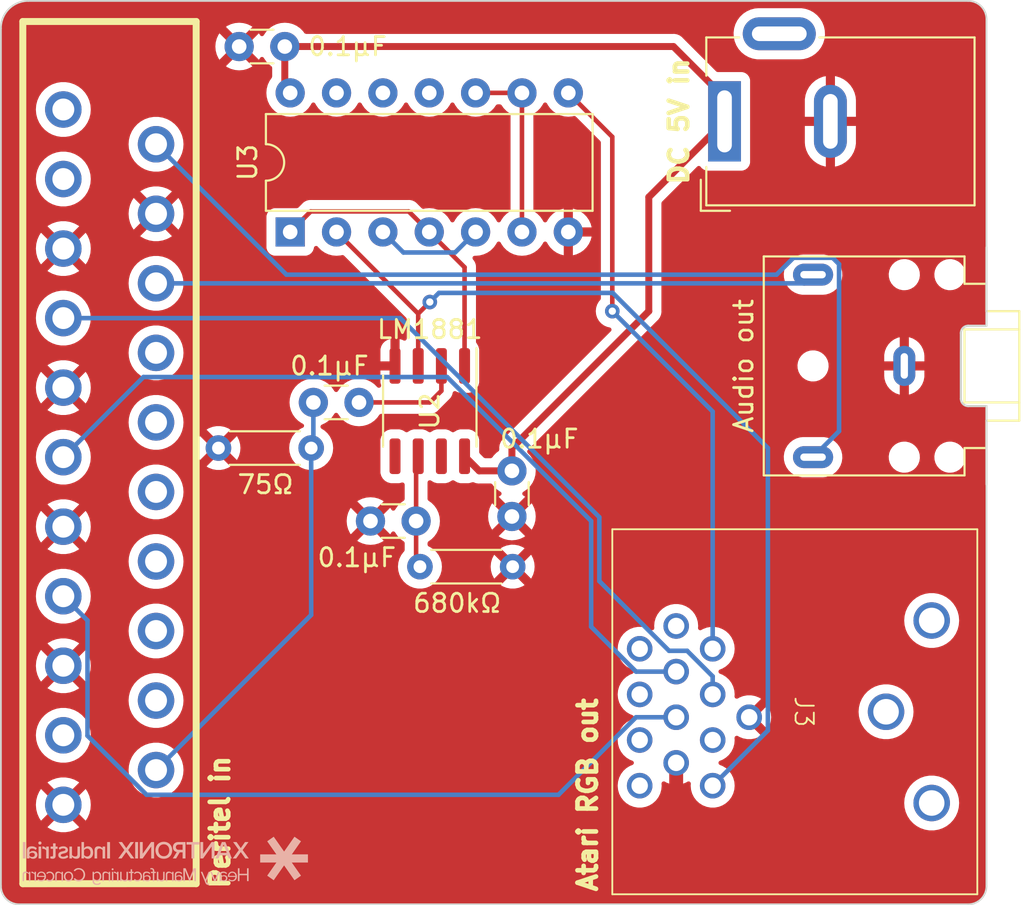
<source format=kicad_pcb>
(kicad_pcb (version 20221018) (generator pcbnew)

  (general
    (thickness 1.6)
  )

  (paper "A4")
  (layers
    (0 "F.Cu" signal)
    (31 "B.Cu" signal)
    (32 "B.Adhes" user "B.Adhesive")
    (33 "F.Adhes" user "F.Adhesive")
    (34 "B.Paste" user)
    (35 "F.Paste" user)
    (36 "B.SilkS" user "B.Silkscreen")
    (37 "F.SilkS" user "F.Silkscreen")
    (38 "B.Mask" user)
    (39 "F.Mask" user)
    (40 "Dwgs.User" user "User.Drawings")
    (41 "Cmts.User" user "User.Comments")
    (42 "Eco1.User" user "User.Eco1")
    (43 "Eco2.User" user "User.Eco2")
    (44 "Edge.Cuts" user)
    (45 "Margin" user)
    (46 "B.CrtYd" user "B.Courtyard")
    (47 "F.CrtYd" user "F.Courtyard")
    (48 "B.Fab" user)
    (49 "F.Fab" user)
    (50 "User.1" user)
    (51 "User.2" user)
    (52 "User.3" user)
    (53 "User.4" user)
    (54 "User.5" user)
    (55 "User.6" user)
    (56 "User.7" user)
    (57 "User.8" user)
    (58 "User.9" user)
  )

  (setup
    (pad_to_mask_clearance 0)
    (pcbplotparams
      (layerselection 0x00010fc_ffffffff)
      (plot_on_all_layers_selection 0x0000000_00000000)
      (disableapertmacros false)
      (usegerberextensions false)
      (usegerberattributes true)
      (usegerberadvancedattributes true)
      (creategerberjobfile true)
      (dashed_line_dash_ratio 12.000000)
      (dashed_line_gap_ratio 3.000000)
      (svgprecision 4)
      (plotframeref false)
      (viasonmask false)
      (mode 1)
      (useauxorigin false)
      (hpglpennumber 1)
      (hpglpenspeed 20)
      (hpglpendiameter 15.000000)
      (dxfpolygonmode true)
      (dxfimperialunits true)
      (dxfusepcbnewfont true)
      (psnegative false)
      (psa4output false)
      (plotreference true)
      (plotvalue true)
      (plotinvisibletext false)
      (sketchpadsonfab false)
      (subtractmaskfromsilk false)
      (outputformat 1)
      (mirror false)
      (drillshape 1)
      (scaleselection 1)
      (outputdirectory "")
    )
  )

  (net 0 "")
  (net 1 "GND")
  (net 2 "Net-(U2-INT)")
  (net 3 "CVBS")
  (net 4 "Net-(U2-VIDEO)")
  (net 5 "unconnected-(J1-P1-Pad1)")
  (net 6 "AUDIO_L")
  (net 7 "unconnected-(J1-P3-Pad3)")
  (net 8 "VIDEO_B")
  (net 9 "unconnected-(J1-P8-Pad8)")
  (net 10 "unconnected-(J1-P10-Pad10)")
  (net 11 "VIDEO_G")
  (net 12 "unconnected-(J1-P12-Pad12)")
  (net 13 "unconnected-(J1-P14-Pad14)")
  (net 14 "VIDEO_R")
  (net 15 "unconnected-(J1-P16-Pad16)")
  (net 16 "unconnected-(J1-P18-Pad18)")
  (net 17 "unconnected-(J1-P19-Pad19)")
  (net 18 "AUDIO_R")
  (net 19 "unconnected-(J3-Pad1)")
  (net 20 "unconnected-(J3-Pad2)")
  (net 21 "HSYNC")
  (net 22 "unconnected-(J3-Pad3)")
  (net 23 "VSYNC")
  (net 24 "Net-(U2-CSYNC)")
  (net 25 "unconnected-(U2-BURST-Pad5)")
  (net 26 "+5V")
  (net 27 "Net-(U3-Pad3)")
  (net 28 "Net-(U3-Pad10)")
  (net 29 "unconnected-(U2-O{slash}E-Pad7)")
  (net 30 "unconnected-(J3-Pad4)")
  (net 31 "unconnected-(J3-Pad5)")
  (net 32 "unconnected-(J3-Pad11)")

  (footprint "Package_DIP:DIP-14_W7.62mm" (layer "F.Cu") (at 133.35 73.66 90))

  (footprint "Capacitor_THT:C_Disc_D3.0mm_W1.6mm_P2.50mm" (layer "F.Cu") (at 133.055 63.5 180))

  (footprint "Capacitor_THT:C_Disc_D3.0mm_W1.6mm_P2.50mm" (layer "F.Cu") (at 134.62 83))

  (footprint "Connector_BarrelJack:BarrelJack_Wuerth_6941xx301002" (layer "F.Cu") (at 157.15 67.6 90))

  (footprint "Capacitor_THT:C_Disc_D3.0mm_W1.6mm_P2.50mm" (layer "F.Cu") (at 145.5 86.75 -90))

  (footprint "Connector_Audio:Jack_3.5mm_CUI_SJ1-3523N_Horizontal" (layer "F.Cu") (at 167 81 90))

  (footprint "Capacitor_THT:C_Disc_D3.0mm_W1.6mm_P2.50mm" (layer "F.Cu") (at 137.75 89.5))

  (footprint "Resistor_THT:R_Axial_DIN0204_L3.6mm_D1.6mm_P5.08mm_Horizontal" (layer "F.Cu") (at 129.42 85.5))

  (footprint "Resistor_THT:R_Axial_DIN0204_L3.6mm_D1.6mm_P5.08mm_Horizontal" (layer "F.Cu") (at 145.54 92 180))

  (footprint "sc1224-scart:SCART" (layer "F.Cu") (at 128.19964 86 90))

  (footprint "Package_SO:SOIC-8_3.9x4.9mm_P1.27mm" (layer "F.Cu") (at 141 83.475 -90))

  (footprint "sc1224-scart:DIN-13" (layer "F.Cu") (at 171 99.95 -90))

  (gr_poly
    (pts
      (xy 129.1838 109.230324)
      (xy 129.270583 109.230324)
      (xy 129.483308 108.719149)
      (xy 129.397583 108.719149)
      (xy 129.227191 109.138249)
      (xy 129.057858 108.719149)
      (xy 128.971075 108.719149)
    )

    (stroke (width 0) (type solid)) (fill solid) (layer "B.SilkS") (tstamp 06c9c3ad-1cea-47ab-bb47-0504d9d1aa9b))
  (gr_poly
    (pts
      (xy 119.165742 107.321683)
      (xy 119.139474 107.32391)
      (xy 119.113937 107.327718)
      (xy 119.089292 107.333187)
      (xy 119.077354 107.336568)
      (xy 119.065698 107.340395)
      (xy 119.054346 107.344676)
      (xy 119.043316 107.349421)
      (xy 119.032629 107.354641)
      (xy 119.022305 107.360346)
      (xy 119.012365 107.366544)
      (xy 119.002827 107.373246)
      (xy 118.993712 107.380463)
      (xy 118.98504 107.388203)
      (xy 118.976831 107.396477)
      (xy 118.969106 107.405294)
      (xy 118.961883 107.414665)
      (xy 118.955183 107.424599)
      (xy 118.949027 107.435106)
      (xy 118.943433 107.446197)
      (xy 118.938423 107.45788)
      (xy 118.934016 107.470167)
      (xy 118.930232 107.483066)
      (xy 118.927091 107.496588)
      (xy 118.924613 107.510742)
      (xy 118.922818 107.525539)
      (xy 118.921727 107.540988)
      (xy 118.921358 107.557099)
      (xy 118.921358 107.988899)
      (xy 119.063042 107.988899)
      (xy 119.063042 107.918731)
      (xy 119.072463 107.928818)
      (xy 119.082492 107.938326)
      (xy 119.093107 107.947245)
      (xy 119.104283 107.955565)
      (xy 119.115996 107.963276)
      (xy 119.128224 107.970369)
      (xy 119.140941 107.976832)
      (xy 119.154125 107.982658)
      (xy 119.167752 107.987835)
      (xy 119.181798 107.992354)
      (xy 119.196239 107.996205)
      (xy 119.211052 107.999377)
      (xy 119.226213 108.001862)
      (xy 119.241697 108.00365)
      (xy 119.257483 108.004729)
      (xy 119.273545 108.005091)
      (xy 119.293658 108.004253)
      (xy 119.313891 108.001736)
      (xy 119.33405 107.99754)
      (xy 119.353938 107.991661)
      (xy 119.363719 107.98809)
      (xy 119.373359 107.984098)
      (xy 119.382834 107.979684)
      (xy 119.392118 107.974849)
      (xy 119.401188 107.969592)
      (xy 119.410019 107.963912)
      (xy 119.418587 107.95781)
      (xy 119.426867 107.951285)
      (xy 119.434835 107.944337)
      (xy 119.442466 107.936966)
      (xy 119.449736 107.929171)
      (xy 119.45662 107.920953)
      (xy 119.463093 107.912311)
      (xy 119.469133 107.903244)
      (xy 119.474713 107.893753)
      (xy 119.47981 107.883837)
      (xy 119.484398 107.873497)
      (xy 119.488454 107.862731)
      (xy 119.491954 107.851539)
      (xy 119.494872 107.839922)
      (xy 119.497184 107.827879)
      (xy 119.498865 107.81541)
      (xy 119.499892 107.802514)
      (xy 119.50017 107.79189)
      (xy 119.357206 107.79189)
      (xy 119.357033 107.798396)
      (xy 119.35652 107.804756)
      (xy 119.355673 107.810966)
      (xy 119.354499 107.817022)
      (xy 119.353006 107.82292)
      (xy 119.351202 107.828655)
      (xy 119.349092 107.834225)
      (xy 119.346685 107.839624)
      (xy 119.343987 107.84485)
      (xy 119.341005 107.849897)
      (xy 119.337748 107.854763)
      (xy 119.334221 107.859443)
      (xy 119.330433 107.863933)
      (xy 119.32639 107.86823)
      (xy 119.322099 107.872329)
      (xy 119.317567 107.876226)
      (xy 119.312803 107.879918)
      (xy 119.307812 107.8834)
      (xy 119.302603 107.886668)
      (xy 119.297182 107.88972)
      (xy 119.291556 107.892549)
      (xy 119.285733 107.895154)
      (xy 119.279719 107.897529)
      (xy 119.273523 107.899671)
      (xy 119.260609 107.90324)
      (xy 119.247049 107.905828)
      (xy 119.2329 107.907404)
      (xy 119.21822 107.907936)
      (xy 119.206604 107.907668)
      (xy 119.195059 107.906864)
      (xy 119.183625 107.905526)
      (xy 119.172341 107.903656)
      (xy 119.161247 107.901257)
      (xy 119.150382 107.89833)
      (xy 119.139786 107.894877)
      (xy 119.129499 107.8909)
      (xy 119.119559 107.886402)
      (xy 119.110007 107.881383)
      (xy 119.100881 107.875847)
      (xy 119.092222 107.869795)
      (xy 119.08407 107.863229)
      (xy 119.080195 107.859754)
      (xy 119.076462 107.856151)
      (xy 119.072876 107.852421)
      (xy 119.06944 107.848563)
      (xy 119.066161 107.844579)
      (xy 119.063042 107.840467)
      (xy 119.063042 107.741963)
      (xy 119.06944 107.733867)
      (xy 119.076462 107.726279)
      (xy 119.08407 107.719201)
      (xy 119.092222 107.712635)
      (xy 119.100881 107.706583)
      (xy 119.110007 107.701047)
      (xy 119.119559 107.696029)
      (xy 119.129499 107.69153)
      (xy 119.139786 107.687553)
      (xy 119.150382 107.684101)
      (xy 119.161247 107.681174)
      (xy 119.172341 107.678774)
      (xy 119.183625 107.676905)
      (xy 119.195059 107.675567)
      (xy 119.206604 107.674763)
      (xy 119.21822 107.674494)
      (xy 119.225623 107.674628)
      (xy 119.2329 107.675027)
      (xy 119.240045 107.675687)
      (xy 119.247049 107.676605)
      (xy 119.253906 107.677777)
      (xy 119.260609 107.6792)
      (xy 119.26715 107.680868)
      (xy 119.273523 107.68278)
      (xy 119.279719 107.684931)
      (xy 119.285733 107.687318)
      (xy 119.291556 107.689936)
      (xy 119.297182 107.692782)
      (xy 119.302603 107.695853)
      (xy 119.307812 107.699144)
      (xy 119.312803 107.702652)
      (xy 119.317567 107.706373)
      (xy 119.322099 107.710304)
      (xy 119.32639 107.714441)
      (xy 119.330433 107.71878)
      (xy 119.334221 107.723317)
      (xy 119.337748 107.728049)
      (xy 119.341005 107.732972)
      (xy 119.343987 107.738082)
      (xy 119.346685 107.743376)
      (xy 119.349092 107.748849)
      (xy 119.351202 107.754499)
      (xy 119.353006 107.760321)
      (xy 119.354499 107.766312)
      (xy 119.355673 107.772468)
      (xy 119.35652 107.778786)
      (xy 119.357033 107.785261)
      (xy 119.357206 107.79189)
      (xy 119.50017 107.79189)
      (xy 119.50024 107.789191)
      (xy 119.499892 107.775405)
      (xy 119.498865 107.762129)
      (xy 119.497184 107.749357)
      (xy 119.494872 107.737085)
      (xy 119.491954 107.725308)
      (xy 119.488454 107.714021)
      (xy 119.484398 107.70322)
      (xy 119.47981 107.692901)
      (xy 119.474713 107.683057)
      (xy 119.469133 107.673686)
      (xy 119.463093 107.664781)
      (xy 119.45662 107.656338)
      (xy 119.449736 107.648354)
      (xy 119.442466 107.640822)
      (xy 119.434835 107.633738)
      (xy 119.426867 107.627098)
      (xy 119.418587 107.620896)
      (xy 119.410019 107.615129)
      (xy 119.401188 107.609791)
      (xy 119.392118 107.604878)
      (xy 119.382834 107.600385)
      (xy 119.373359 107.596307)
      (xy 119.353938 107.589378)
      (xy 119.33405 107.584055)
      (xy 119.313891 107.580299)
      (xy 119.293658 107.578073)
      (xy 119.273545 107.577339)
      (xy 119.257246 107.577671)
      (xy 119.241255 107.578665)
      (xy 119.225596 107.580319)
      (xy 119.210293 107.582631)
      (xy 119.195369 107.5856)
      (xy 119.180849 107.589223)
      (xy 119.166756 107.593498)
      (xy 119.153113 107.598423)
      (xy 119.139945 107.603997)
      (xy 119.127274 107.610217)
      (xy 119.115126 107.617082)
      (xy 119.103523 107.624589)
      (xy 119.09249 107.632736)
      (xy 119.082049 107.641522)
      (xy 119.072226 107.650944)
      (xy 119.063042 107.661001)
      (xy 119.063042 107.563846)
      (xy 119.063223 107.556849)
      (xy 119.063761 107.550029)
      (xy 119.064651 107.543389)
      (xy 119.065886 107.536932)
      (xy 119.06746 107.530661)
      (xy 119.069366 107.524578)
      (xy 119.0716 107.518687)
      (xy 119.074154 107.512991)
      (xy 119.077022 107.507493)
      (xy 119.080198 107.502195)
      (xy 119.083676 107.4971)
      (xy 119.08745 107.492213)
      (xy 119.091513 107.487535)
      (xy 119.09586 107.483069)
      (xy 119.100484 107.478819)
      (xy 119.105379 107.474787)
      (xy 119.110539 107.470976)
      (xy 119.115957 107.46739)
      (xy 119.121629 107.464032)
      (xy 119.127546 107.460903)
      (xy 119.133704 107.458008)
      (xy 119.140095 107.455349)
      (xy 119.153556 107.450751)
      (xy 119.167878 107.447134)
      (xy 119.183013 107.444521)
      (xy 119.198911 107.442936)
      (xy 119.215522 107.442402)
      (xy 119.229074 107.442718)
      (xy 119.242409 107.44367)
      (xy 119.255531 107.445257)
      (xy 119.268443 107.447483)
      (xy 119.281149 107.45035)
      (xy 119.293654 107.453858)
      (xy 119.305961 107.458012)
      (xy 119.318075 107.462811)
      (xy 119.329998 107.468259)
      (xy 119.341736 107.474357)
      (xy 119.353292 107.481108)
      (xy 119.36467 107.488513)
      (xy 119.375874 107.496574)
      (xy 119.386909 107.505293)
      (xy 119.397777 107.514672)
      (xy 119.408483 107.524714)
      (xy 119.466506 107.426209)
      (xy 119.452118 107.413242)
      (xy 119.437302 107.401154)
      (xy 119.42207 107.389939)
      (xy 119.406437 107.379593)
      (xy 119.390417 107.370108)
      (xy 119.374023 107.361479)
      (xy 119.357269 107.3537)
      (xy 119.34017 107.346765)
      (xy 119.322738 107.340668)
      (xy 119.304988 107.335403)
      (xy 119.286934 107.330965)
      (xy 119.268589 107.327347)
      (xy 119.249968 107.324543)
      (xy 119.231084 107.322547)
      (xy 119.21195 107.321354)
      (xy 119.192582 107.320958)
    )

    (stroke (width 0) (type solid)) (fill solid) (layer "B.SilkS") (tstamp 23ff7100-cece-4958-96e5-dee495f69067))
  (gr_poly
    (pts
      (xy 130.484491 109.230324)
      (xy 130.572333 109.230324)
      (xy 130.572333 108.906474)
      (xy 130.985083 108.906474)
      (xy 130.985083 109.230324)
      (xy 131.072925 109.230324)
      (xy 131.072925 108.524415)
      (xy 130.985083 108.524415)
      (xy 130.985083 108.828157)
      (xy 130.572333 108.828157)
      (xy 130.572333 108.524415)
      (xy 130.484491 108.524415)
    )

    (stroke (width 0) (type solid)) (fill solid) (layer "B.SilkS") (tstamp 24406bf6-348e-4f4d-95dd-6d2468315959))
  (gr_poly
    (pts
      (xy 124.609151 108.719149)
      (xy 124.505434 108.719149)
      (xy 124.505434 108.788999)
      (xy 124.609151 108.788999)
      (xy 124.609151 109.106499)
      (xy 124.608953 109.113514)
      (xy 124.608704 109.116921)
      (xy 124.608355 109.120257)
      (xy 124.607907 109.123518)
      (xy 124.607358 109.126702)
      (xy 124.606709 109.129805)
      (xy 124.60596 109.132825)
      (xy 124.605109 109.135758)
      (xy 124.604158 109.1386)
      (xy 124.603106 109.14135)
      (xy 124.601952 109.144004)
      (xy 124.600697 109.146558)
      (xy 124.599339 109.14901)
      (xy 124.59788 109.151357)
      (xy 124.596319 109.153595)
      (xy 124.594656 109.155721)
      (xy 124.59289 109.157733)
      (xy 124.591021 109.159627)
      (xy 124.58905 109.1614)
      (xy 124.586975 109.163049)
      (xy 124.584797 109.164571)
      (xy 124.582515 109.165962)
      (xy 124.58013 109.167221)
      (xy 124.577641 109.168343)
      (xy 124.575048 109.169325)
      (xy 124.572351 109.170165)
      (xy 124.569549 109.170859)
      (xy 124.566643 109.171404)
      (xy 124.563631 109.171797)
      (xy 124.560515 109.172035)
      (xy 124.557294 109.172115)
      (xy 124.553141 109.172006)
      (xy 124.549027 109.171683)
      (xy 124.544966 109.17116)
      (xy 124.540972 109.170445)
      (xy 124.537058 109.169551)
      (xy 124.533239 109.168488)
      (xy 124.529528 109.167266)
      (xy 124.52594 109.165898)
      (xy 124.522488 109.164393)
      (xy 124.519187 109.162762)
      (xy 124.51605 109.161017)
      (xy 124.513091 109.159167)
      (xy 124.510324 109.157225)
      (xy 124.507764 109.155201)
      (xy 124.505424 109.153105)
      (xy 124.503318 109.150949)
      (xy 124.480034 109.210215)
      (xy 124.483906 109.213723)
      (xy 124.487991 109.217094)
      (xy 124.492301 109.220317)
      (xy 124.496852 109.223378)
      (xy 124.501657 109.226266)
      (xy 124.506731 109.228968)
      (xy 124.512086 109.231471)
      (xy 124.517738 109.233763)
      (xy 124.523699 109.235832)
      (xy 124.529985 109.237666)
      (xy 124.536609 109.239251)
      (xy 124.543584 109.240576)
      (xy 124.550925 109.241628)
      (xy 124.558647 109.242395)
      (xy 124.566762 109.242864)
      (xy 124.575284 109.243024)
      (xy 124.58222 109.242897)
      (xy 124.588939 109.242518)
      (xy 124.59544 109.241888)
      (xy 124.601724 109.24101)
      (xy 124.60779 109.239886)
      (xy 124.613638 109.238517)
      (xy 124.619268 109.236905)
      (xy 124.624679 109.235053)
      (xy 124.629872 109.232962)
      (xy 124.634845 109.230634)
      (xy 124.6396 109.228071)
      (xy 124.644136 109.225276)
      (xy 124.648452 109.222249)
      (xy 124.652549 109.218994)
      (xy 124.656426 109.215511)
      (xy 124.660083 109.211803)
      (xy 124.66352 109.207872)
      (xy 124.666737 109.203719)
      (xy 124.669733 109.199347)
      (xy 124.672508 109.194758)
      (xy 124.675063 109.189953)
      (xy 124.677396 109.184935)
      (xy 124.679508 109.179705)
      (xy 124.681399 109.174265)
      (xy 124.683068 109.168618)
      (xy 124.684515 109.162764)
      (xy 124.68574 109.156707)
      (xy 124.686742 109.150448)
      (xy 124.687522 109.14399)
      (xy 124.68808 109.137332)
      (xy 124.688526 109.123432)
      (xy 124.688526 108.788999)
      (xy 124.773193 108.788999)
      (xy 124.773193 108.719149)
      (xy 124.688526 108.719149)
      (xy 124.688526 108.579449)
      (xy 124.609151 108.579449)
    )

    (stroke (width 0) (type solid)) (fill solid) (layer "B.SilkS") (tstamp 2746e559-fd78-49c0-8b43-f1c43448233e))
  (gr_poly
    (pts
      (xy 119.632238 107.053896)
      (xy 119.627773 107.054233)
      (xy 119.623375 107.054789)
      (xy 119.619048 107.055558)
      (xy 119.614798 107.056535)
      (xy 119.610631 107.057713)
      (xy 119.606551 107.059089)
      (xy 119.602565 107.060655)
      (xy 119.598678 107.062408)
      (xy 119.594895 107.06434)
      (xy 119.591222 107.066448)
      (xy 119.587664 107.068725)
      (xy 119.584227 107.071166)
      (xy 119.580915 107.073766)
      (xy 119.577735 107.076519)
      (xy 119.574692 107.07942)
      (xy 119.571792 107.082463)
      (xy 119.569039 107.085643)
      (xy 119.566439 107.088954)
      (xy 119.563998 107.092392)
      (xy 119.56172 107.09595)
      (xy 119.559613 107.099623)
      (xy 119.55768 107.103406)
      (xy 119.555928 107.107293)
      (xy 119.554361 107.111279)
      (xy 119.552986 107.115358)
      (xy 119.551807 107.119526)
      (xy 119.550831 107.123775)
      (xy 119.550062 107.128102)
      (xy 119.549506 107.132501)
      (xy 119.549168 107.136966)
      (xy 119.549055 107.141491)
      (xy 119.549168 107.146017)
      (xy 119.549506 107.150481)
      (xy 119.550062 107.15488)
      (xy 119.550831 107.159207)
      (xy 119.551807 107.163457)
      (xy 119.552986 107.167624)
      (xy 119.554361 107.171703)
      (xy 119.555928 107.175689)
      (xy 119.55768 107.179576)
      (xy 119.559613 107.183359)
      (xy 119.56172 107.187032)
      (xy 119.563998 107.19059)
      (xy 119.566439 107.194028)
      (xy 119.569039 107.197339)
      (xy 119.571792 107.200519)
      (xy 119.574692 107.203562)
      (xy 119.577735 107.206463)
      (xy 119.580915 107.209216)
      (xy 119.584227 107.211816)
      (xy 119.587664 107.214257)
      (xy 119.591222 107.216534)
      (xy 119.594895 107.218642)
      (xy 119.598678 107.220575)
      (xy 119.602565 107.222327)
      (xy 119.606551 107.223894)
      (xy 119.610631 107.225269)
      (xy 119.614798 107.226448)
      (xy 119.619048 107.227424)
      (xy 119.623375 107.228193)
      (xy 119.627773 107.228749)
      (xy 119.632238 107.229087)
      (xy 119.636764 107.229201)
      (xy 119.64117 107.229087)
      (xy 119.645531 107.228749)
      (xy 119.649841 107.228193)
      (xy 119.654092 107.227424)
      (xy 119.658279 107.226448)
      (xy 119.662395 107.225269)
      (xy 119.666435 107.223894)
      (xy 119.670392 107.222327)
      (xy 119.67426 107.220575)
      (xy 119.678033 107.218642)
      (xy 119.681705 107.216534)
      (xy 119.68527 107.214257)
      (xy 119.68872 107.211816)
      (xy 119.692051 107.209216)
      (xy 119.695256 107.206463)
      (xy 119.698328 107.203562)
      (xy 119.701263 107.200519)
      (xy 119.704052 107.197339)
      (xy 119.706691 107.194028)
      (xy 119.709173 107.19059)
      (xy 119.711493 107.187032)
      (xy 119.713642 107.183359)
      (xy 119.715617 107.179576)
      (xy 119.717409 107.175689)
      (xy 119.719014 107.171703)
      (xy 119.720425 107.167624)
      (xy 119.721636 107.163457)
      (xy 119.722641 107.159207)
      (xy 119.723433 107.15488)
      (xy 119.724006 107.150481)
      (xy 119.724355 107.146017)
      (xy 119.724473 107.141491)
      (xy 119.724355 107.136966)
      (xy 119.724006 107.132501)
      (xy 119.723433 107.128102)
      (xy 119.722641 107.123775)
      (xy 119.721636 107.119526)
      (xy 119.720425 107.115358)
      (xy 119.719014 107.111279)
      (xy 119.717409 107.107293)
      (xy 119.715617 107.103406)
      (xy 119.713642 107.099623)
      (xy 119.711493 107.09595)
      (xy 119.709173 107.092392)
      (xy 119.706691 107.088954)
      (xy 119.704052 107.085643)
      (xy 119.701263 107.082463)
      (xy 119.698328 107.07942)
      (xy 119.695256 107.076519)
      (xy 119.692051 107.073766)
      (xy 119.68872 107.071166)
      (xy 119.68527 107.068725)
      (xy 119.681705 107.066448)
      (xy 119.678033 107.06434)
      (xy 119.67426 107.062408)
      (xy 119.670392 107.060655)
      (xy 119.666435 107.059089)
      (xy 119.662395 107.057713)
      (xy 119.658279 107.056535)
      (xy 119.654092 107.055558)
      (xy 119.649841 107.054789)
      (xy 119.645531 107.054233)
      (xy 119.64117 107.053896)
      (xy 119.636764 107.053782)
    )

    (stroke (width 0) (type solid)) (fill solid) (layer "B.SilkS") (tstamp 29fe4e54-6bf7-418c-a838-cc642e010353))
  (gr_poly
    (pts
      (xy 131.713481 108.20718)
      (xy 134.319626 108.20718)
      (xy 134.319626 107.770617)
      (xy 131.713481 107.770617)
    )

    (stroke (width 0.013249) (type solid)) (fill solid) (layer "B.SilkS") (tstamp 3104c7d1-0bc1-4c74-896a-62573d5e8d8e))
  (gr_poly
    (pts
      (xy 123.320927 107.988899)
      (xy 123.478805 107.988899)
      (xy 123.478805 107.088866)
      (xy 123.320927 107.088866)
    )

    (stroke (width 0) (type solid)) (fill solid) (layer "B.SilkS") (tstamp 33ad41a6-c5b5-42cd-9b12-20e56d6e4343))
  (gr_poly
    (pts
      (xy 119.768712 107.462642)
      (xy 119.773393 107.461694)
      (xy 119.778327 107.460871)
      (xy 119.783513 107.460176)
      (xy 119.788953 107.459606)
      (xy 119.794645 107.459164)
      (xy 119.800591 107.458847)
      (xy 119.80679 107.458658)
      (xy 119.813242 107.458594)
      (xy 119.818865 107.458712)
      (xy 119.824594 107.45906)
      (xy 119.836315 107.460423)
      (xy 119.848302 107.462633)
      (xy 119.860448 107.465636)
      (xy 119.87265 107.469383)
      (xy 119.884803 107.473822)
      (xy 119.896801 107.478901)
      (xy 119.908541 107.48457)
      (xy 119.919916 107.490776)
      (xy 119.930824 107.497468)
      (xy 119.941158 107.504595)
      (xy 119.950814 107.512105)
      (xy 119.959688 107.519948)
      (xy 119.967674 107.528071)
      (xy 119.971301 107.532222)
      (xy 119.974667 107.536424)
      (xy 119.977759 107.54067)
      (xy 119.980564 107.544954)
      (xy 119.980564 107.988899)
      (xy 120.122249 107.988899)
      (xy 120.122249 107.337151)
      (xy 119.980565 107.337151)
      (xy 119.980565 107.432956)
      (xy 119.971115 107.421484)
      (xy 119.961002 107.41038)
      (xy 119.950261 107.399695)
      (xy 119.938924 107.389481)
      (xy 119.927027 107.379788)
      (xy 119.914601 107.370669)
      (xy 119.901682 107.362174)
      (xy 119.888301 107.354355)
      (xy 119.874494 107.347264)
      (xy 119.860294 107.340951)
      (xy 119.845734 107.335468)
      (xy 119.830847 107.330868)
      (xy 119.815668 107.3272)
      (xy 119.800231 107.324516)
      (xy 119.784567 107.322868)
      (xy 119.768712 107.322307)
    )

    (stroke (width 0) (type solid)) (fill solid) (layer "B.SilkS") (tstamp 34ee5907-4d13-49d8-94cc-1a5e3a8d5df5))
  (gr_poly
    (pts
      (xy 119.565247 107.988899)
      (xy 119.706931 107.988899)
      (xy 119.706931 107.337151)
      (xy 119.565247 107.337151)
    )

    (stroke (width 0) (type solid)) (fill solid) (layer "B.SilkS") (tstamp 3cd297b8-9c5d-4de8-a39b-a6069a75f6fe))
  (gr_poly
    (pts
      (xy 127.202094 107.089203)
      (xy 127.185952 107.090209)
      (xy 127.170194 107.091871)
      (xy 127.154829 107.094176)
      (xy 127.139868 107.097113)
      (xy 127.125319 107.100669)
      (xy 127.111194 107.104832)
      (xy 127.097502 107.109591)
      (xy 127.084252 107.114933)
      (xy 127.071455 107.120846)
      (xy 127.05912 107.127317)
      (xy 127.047258 107.134336)
      (xy 127.035879 107.141889)
      (xy 127.024991 107.149965)
      (xy 127.014606 107.158551)
      (xy 127.004732 107.167635)
      (xy 126.99538 107.177206)
      (xy 126.98656 107.187251)
      (xy 126.978282 107.197758)
      (xy 126.970555 107.208715)
      (xy 126.963389 107.22011)
      (xy 126.956795 107.23193)
      (xy 126.950782 107.244164)
      (xy 126.94536 107.256799)
      (xy 126.940538 107.269824)
      (xy 126.936328 107.283227)
      (xy 126.932738 107.296994)
      (xy 126.929779 107.311114)
      (xy 126.92746 107.325576)
      (xy 126.925791 107.340366)
      (xy 126.924783 107.355473)
      (xy 126.924444 107.370885)
      (xy 126.92475 107.385722)
      (xy 126.925653 107.400124)
      (xy 126.927135 107.414094)
      (xy 126.929178 107.427632)
      (xy 126.931762 107.44074)
      (xy 126.934869 107.453417)
      (xy 126.93848 107.465665)
      (xy 126.942577 107.477486)
      (xy 126.94714 107.488879)
      (xy 126.95215 107.499846)
      (xy 126.95759 107.510389)
      (xy 126.963439 107.520507)
      (xy 126.96968 107.530203)
      (xy 126.976294 107.539476)
      (xy 126.983262 107.548329)
      (xy 126.990564 107.556761)
      (xy 126.998183 107.564775)
      (xy 127.006099 107.57237)
      (xy 127.014294 107.579548)
      (xy 127.022749 107.586311)
      (xy 127.031445 107.592658)
      (xy 127.040363 107.598591)
      (xy 127.049485 107.604111)
      (xy 127.058792 107.609218)
      (xy 127.068265 107.613915)
      (xy 127.077885 107.618201)
      (xy 127.097491 107.625548)
      (xy 127.117462 107.631266)
      (xy 127.137646 107.635362)
      (xy 126.917698 107.988899)
      (xy 127.099863 107.988899)
      (xy 127.299571 107.652904)
      (xy 127.456098 107.652904)
      (xy 127.456098 107.988899)
      (xy 127.613975 107.988899)
      (xy 127.613975 107.227851)
      (xy 127.456099 107.227851)
      (xy 127.456099 107.513919)
      (xy 127.240198 107.513919)
      (xy 127.231921 107.513753)
      (xy 127.223794 107.513261)
      (xy 127.215824 107.512446)
      (xy 127.208019 107.511315)
      (xy 127.200385 107.509871)
      (xy 127.192931 107.508119)
      (xy 127.185664 107.506065)
      (xy 127.178591 107.503714)
      (xy 127.17172 107.50107)
      (xy 127.165057 107.498139)
      (xy 127.158611 107.494924)
      (xy 127.152389 107.491433)
      (xy 127.146398 107.487668)
      (xy 127.140646 107.483635)
      (xy 127.13514 107.47934)
      (xy 127.129887 107.474787)
      (xy 127.124895 107.46998)
      (xy 127.120172 107.464926)
      (xy 127.115724 107.459629)
      (xy 127.11156 107.454093)
      (xy 127.107686 107.448324)
      (xy 127.10411 107.442327)
      (xy 127.100839 107.436106)
      (xy 127.097882 107.429667)
      (xy 127.095244 107.423015)
      (xy 127.092934 107.416154)
      (xy 127.090959 107.409089)
      (xy 127.089327 107.401826)
      (xy 127.088044 107.394369)
      (xy 127.087119 107.386723)
      (xy 127.086558 107.378893)
      (xy 127.08637 107.370885)
      (xy 127.086558 107.362876)
      (xy 127.087119 107.355047)
      (xy 127.088044 107.347401)
      (xy 127.089327 107.339944)
      (xy 127.090959 107.332681)
      (xy 127.092934 107.325616)
      (xy 127.095244 107.318755)
      (xy 127.097882 107.312103)
      (xy 127.100839 107.305664)
      (xy 127.10411 107.299443)
      (xy 127.107686 107.293446)
      (xy 127.11156 107.287677)
      (xy 127.115724 107.282141)
      (xy 127.120172 107.276844)
      (xy 127.124895 107.271789)
      (xy 127.129887 107.266983)
      (xy 127.13514 107.26243)
      (xy 127.140646 107.258134)
      (xy 127.146398 107.254102)
      (xy 127.152389 107.250337)
      (xy 127.158611 107.246845)
      (xy 127.165057 107.243631)
      (xy 127.17172 107.2407)
      (xy 127.178591 107.238056)
      (xy 127.185664 107.235704)
      (xy 127.192931 107.233651)
      (xy 127.200385 107.231899)
      (xy 127.208019 107.230455)
      (xy 127.215824 107.229323)
      (xy 127.223794 107.228509)
      (xy 127.231921 107.228016)
      (xy 127.240198 107.227851)
      (xy 127.456099 107.227851)
      (xy 127.613975 107.227851)
      (xy 127.613975 107.088866)
      (xy 127.218609 107.088866)
    )

    (stroke (width 0) (type solid)) (fill solid) (layer "B.SilkS") (tstamp 46f9b088-920d-4d7d-b947-189131771ba3))
  (gr_poly
    (pts
      (xy 121.74347 108.512949)
      (xy 121.731825 108.513471)
      (xy 121.720418 108.514331)
      (xy 121.709247 108.515521)
      (xy 121.69831 108.517035)
      (xy 121.687605 108.518864)
      (xy 121.677131 108.521002)
      (xy 121.666884 108.52344)
      (xy 121.656864 108.526171)
      (xy 121.647069 108.529188)
      (xy 121.637496 108.532482)
      (xy 121.628143 108.536047)
      (xy 121.61901 108.539875)
      (xy 121.610092 108.543957)
      (xy 121.60139 108.548288)
      (xy 121.5929 108.552858)
      (xy 121.584621 108.557661)
      (xy 121.576551 108.562689)
      (xy 121.568688 108.567935)
      (xy 121.56103 108.57339)
      (xy 121.546322 108.584901)
      (xy 121.53241 108.597159)
      (xy 121.519279 108.610107)
      (xy 121.506915 108.623682)
      (xy 121.495301 108.637824)
      (xy 121.484421 108.652474)
      (xy 121.558504 108.693749)
      (xy 121.566424 108.682829)
      (xy 121.57508 108.672322)
      (xy 121.58444 108.662267)
      (xy 121.594471 108.652705)
      (xy 121.605141 108.643677)
      (xy 121.616417 108.635222)
      (xy 121.628266 108.627381)
      (xy 121.640657 108.620195)
      (xy 121.653557 108.613703)
      (xy 121.666932 108.607945)
      (xy 121.68075 108.602963)
      (xy 121.69498 108.598796)
      (xy 121.709588 108.595486)
      (xy 121.724541 108.593071)
      (xy 121.739808 108.591592)
      (xy 121.755355 108.59109)
      (xy 121.769441 108.591436)
      (xy 121.783314 108.592463)
      (xy 121.796958 108.594159)
      (xy 121.810357 108.596512)
      (xy 121.823497 108.59951)
      (xy 121.836361 108.603139)
      (xy 121.848936 108.607386)
      (xy 121.861204 108.612241)
      (xy 121.873152 108.617689)
      (xy 121.884764 108.623718)
      (xy 121.896024 108.630315)
      (xy 121.906917 108.637469)
      (xy 121.917428 108.645166)
      (xy 121.927542 108.653394)
      (xy 121.937243 108.66214)
      (xy 121.946516 108.671392)
      (xy 121.955345 108.681136)
      (xy 121.963716 108.691361)
      (xy 121.971613 108.702054)
      (xy 121.97902 108.713202)
      (xy 121.985923 108.724792)
      (xy 121.992306 108.736813)
      (xy 121.998153 108.749251)
      (xy 122.00345 108.762094)
      (xy 122.008182 108.775329)
      (xy 122.012332 108.788944)
      (xy 122.015885 108.802925)
      (xy 122.018827 108.817262)
      (xy 122.021142 108.83194)
      (xy 122.022814 108.846947)
      (xy 122.023829 108.862271)
      (xy 122.024171 108.877899)
      (xy 122.023829 108.893434)
      (xy 122.022814 108.908676)
      (xy 122.021142 108.923613)
      (xy 122.018827 108.938232)
      (xy 122.015885 108.952519)
      (xy 122.012332 108.966461)
      (xy 122.008182 108.980045)
      (xy 122.00345 108.993257)
      (xy 121.998153 109.006085)
      (xy 121.992306 109.018515)
      (xy 121.985923 109.030535)
      (xy 121.97902 109.042131)
      (xy 121.971613 109.053289)
      (xy 121.963716 109.063997)
      (xy 121.955345 109.074241)
      (xy 121.946516 109.084009)
      (xy 121.937243 109.093287)
      (xy 121.927542 109.102062)
      (xy 121.917428 109.11032)
      (xy 121.906917 109.118049)
      (xy 121.896024 109.125236)
      (xy 121.884764 109.131867)
      (xy 121.873152 109.137928)
      (xy 121.861204 109.143408)
      (xy 121.848936 109.148292)
      (xy 121.836361 109.152568)
      (xy 121.823497 109.156222)
      (xy 121.810357 109.159242)
      (xy 121.796958 109.161613)
      (xy 121.783314 109.163323)
      (xy 121.769441 109.164359)
      (xy 121.755355 109.164707)
      (xy 121.747548 109.164584)
      (xy 121.739808 109.164217)
      (xy 121.732137 109.163611)
      (xy 121.724541 109.16277)
      (xy 121.717023 109.161699)
      (xy 121.709588 109.160403)
      (xy 121.702238 109.158885)
      (xy 121.69498 109.15715)
      (xy 121.687816 109.155203)
      (xy 121.68075 109.153048)
      (xy 121.666932 109.148131)
      (xy 121.653557 109.142437)
      (xy 121.640657 109.136)
      (xy 121.628266 109.128856)
      (xy 121.616417 109.12104)
      (xy 121.605141 109.11259)
      (xy 121.594471 109.103539)
      (xy 121.58444 109.093924)
      (xy 121.57508 109.08378)
      (xy 121.566424 109.073143)
      (xy 121.558504 109.062049)
      (xy 121.483362 109.103324)
      (xy 121.494777 109.118148)
      (xy 121.506813 109.13242)
      (xy 121.519497 109.146084)
      (xy 121.532856 109.159085)
      (xy 121.546915 109.171366)
      (xy 121.561702 109.182872)
      (xy 121.577242 109.193548)
      (xy 121.593561 109.203336)
      (xy 121.610687 109.212182)
      (xy 121.628646 109.22003)
      (xy 121.647463 109.226823)
      (xy 121.667165 109.232506)
      (xy 121.687779 109.237024)
      (xy 121.709332 109.24032)
      (xy 121.731848 109.242338)
      (xy 121.755355 109.243024)
      (xy 121.773986 109.242592)
      (xy 121.792359 109.241307)
      (xy 121.810453 109.239183)
      (xy 121.828245 109.236234)
      (xy 121.845715 109.232475)
      (xy 121.862839 109.22792)
      (xy 121.879596 109.222585)
      (xy 121.895964 109.216483)
      (xy 121.911921 109.209629)
      (xy 121.927446 109.202038)
      (xy 121.942516 109.193724)
      (xy 121.95711 109.184702)
      (xy 121.971205 109.174986)
      (xy 121.984779 109.164591)
      (xy 121.997812 109.153531)
      (xy 122.01028 109.141821)
      (xy 122.022163 109.129475)
      (xy 122.033437 109.116508)
      (xy 122.044082 109.102935)
      (xy 122.054075 109.08877)
      (xy 122.063395 109.074027)
      (xy 122.072018 109.058721)
      (xy 122.079925 109.042867)
      (xy 122.087092 109.026479)
      (xy 122.093498 109.009572)
      (xy 122.099121 108.992159)
      (xy 122.103939 108.974257)
      (xy 122.10793 108.955879)
      (xy 122.111072 108.937039)
      (xy 122.113344 108.917753)
      (xy 122.114723 108.898035)
      (xy 122.115188 108.877899)
      (xy 122.114723 108.857763)
      (xy 122.113344 108.838045)
      (xy 122.111073 108.818759)
      (xy 122.10793 108.799919)
      (xy 122.103939 108.781541)
      (xy 122.099121 108.763638)
      (xy 122.093498 108.746226)
      (xy 122.087092 108.729319)
      (xy 122.079925 108.712931)
      (xy 122.072019 108.697077)
      (xy 122.063395 108.681771)
      (xy 122.054076 108.667028)
      (xy 122.044083 108.652863)
      (xy 122.033438 108.639289)
      (xy 122.022163 108.626323)
      (xy 122.010281 108.613977)
      (xy 121.997813 108.602267)
      (xy 121.98478 108.591207)
      (xy 121.971205 108.580812)
      (xy 121.95711 108.571096)
      (xy 121.942517 108.562074)
      (xy 121.927447 108.55376)
      (xy 121.911922 108.546169)
      (xy 121.895965 108.539315)
      (xy 121.879596 108.533213)
      (xy 121.862839 108.527878)
      (xy 121.845715 108.523323)
      (xy 121.828246 108.519564)
      (xy 121.810453 108.516615)
      (xy 121.792359 108.514491)
      (xy 121.773986 108.513206)
      (xy 121.755355 108.512774)
    )

    (stroke (width 0) (type solid)) (fill solid) (layer "B.SilkS") (tstamp 478765a7-f1d4-4c42-b794-84af9ef2ecf6))
  (gr_poly
    (pts
      (xy 130.165393 108.706799)
      (xy 130.151471 108.707841)
      (xy 130.137931 108.709557)
      (xy 130.124778 108.711932)
      (xy 130.112018 108.71495)
      (xy 130.099655 108.718594)
      (xy 130.087694 108.722849)
      (xy 130.076141 108.727698)
      (xy 130.064999 108.733125)
      (xy 130.054276 108.739114)
      (xy 130.043975 108.74565)
      (xy 130.034101 108.752715)
      (xy 130.02466 108.760295)
      (xy 130.015656 108.768372)
      (xy 130.007095 108.776931)
      (xy 129.998981 108.785956)
      (xy 129.991321 108.79543)
      (xy 129.984118 108.805338)
      (xy 129.977378 108.815663)
      (xy 129.971105 108.826389)
      (xy 129.965306 108.837501)
      (xy 129.959984 108.848982)
      (xy 129.955145 108.860816)
      (xy 129.950794 108.872987)
      (xy 129.946936 108.885479)
      (xy 129.943577 108.898276)
      (xy 129.94072 108.911361)
      (xy 129.938371 108.924719)
      (xy 129.935218 108.952189)
      (xy 129.934159 108.980557)
      (xy 129.934159 109.000665)
      (xy 130.347967 109.000665)
      (xy 130.347192 109.009646)
      (xy 130.346062 109.018521)
      (xy 130.344578 109.02728)
      (xy 130.342745 109.035911)
      (xy 130.340567 109.044401)
      (xy 130.338047 109.052739)
      (xy 130.335187 109.060913)
      (xy 130.331993 109.068911)
      (xy 130.328466 109.076722)
      (xy 130.324612 109.084333)
      (xy 130.320432 109.091733)
      (xy 130.315932 109.09891)
      (xy 130.311113 109.105853)
      (xy 130.30598 109.112548)
      (xy 130.300537 109.118985)
      (xy 130.294786 109.125152)
      (xy 130.288731 109.131036)
      (xy 130.282375 109.136627)
      (xy 130.275723 109.141911)
      (xy 130.268778 109.146879)
      (xy 130.261542 109.151516)
      (xy 130.254021 109.155813)
      (xy 130.246216 109.159756)
      (xy 130.238132 109.163334)
      (xy 130.229771 109.166536)
      (xy 130.221139 109.169349)
      (xy 130.212237 109.171762)
      (xy 130.20307 109.173763)
      (xy 130.193641 109.175339)
      (xy 130.183953 109.17648)
      (xy 130.174011 109.177173)
      (xy 130.163817 109.177407)
      (xy 130.152895 109.177135)
      (xy 130.141978 109.176326)
      (xy 130.131095 109.174986)
      (xy 130.120276 109.173124)
      (xy 130.10955 109.170747)
      (xy 130.098946 109.167863)
      (xy 130.088494 109.16448)
      (xy 130.078224 109.160606)
      (xy 130.068164 109.156248)
      (xy 130.058345 109.151414)
      (xy 130.048796 109.146111)
      (xy 130.039545 109.140349)
      (xy 130.030624 109.134133)
      (xy 130.02206 109.127473)
      (xy 130.013884 109.120375)
      (xy 130.006125 109.112849)
      (xy 129.968025 109.164707)
      (xy 129.97776 109.173958)
      (xy 129.987912 109.182657)
      (xy 129.998477 109.190798)
      (xy 130.009449 109.198375)
      (xy 130.020824 109.205381)
      (xy 130.032598 109.211811)
      (xy 130.044765 109.217658)
      (xy 130.057322 109.222915)
      (xy 130.070263 109.227577)
      (xy 130.083584 109.231638)
      (xy 130.09728 109.235091)
      (xy 130.111346 109.23793)
      (xy 130.125779 109.240149)
      (xy 130.140572 109.241742)
      (xy 130.155723 109.242702)
      (xy 130.171225 109.243023)
      (xy 130.185287 109.242706)
      (xy 130.199089 109.24176)
      (xy 130.212618 109.240197)
      (xy 130.225863 109.238027)
      (xy 130.238811 109.235261)
      (xy 130.25145 109.23191)
      (xy 130.263768 109.227984)
      (xy 130.275752 109.223494)
      (xy 130.28739 109.21845)
      (xy 130.29867 109.212864)
      (xy 130.309581 109.206745)
      (xy 130.320109 109.200105)
      (xy 130.330242 109.192954)
      (xy 130.339969 109.185303)
      (xy 130.349276 109.177163)
      (xy 130.358153 109.168543)
      (xy 130.366586 109.159456)
      (xy 130.374563 109.149911)
      (xy 130.382073 109.139919)
      (xy 130.389103 109.12949)
      (xy 130.39564 109.118637)
      (xy 130.401673 109.107368)
      (xy 130.40719 109.095695)
      (xy 130.412177 109.083629)
      (xy 130.416624 109.071179)
      (xy 130.420517 109.058357)
      (xy 130.423845 109.045174)
      (xy 130.426595 109.03164)
      (xy 130.428755 109.017766)
      (xy 130.430313 109.003561)
      (xy 130.431257 108.989038)
      (xy 130.431574 108.974207)
      (xy 130.431575 108.974207)
      (xy 130.431267 108.960403)
      (xy 130.430351 108.946783)
      (xy 130.429864 108.942457)
      (xy 130.347967 108.942457)
      (xy 130.012475 108.942457)
      (xy 130.01326 108.927986)
      (xy 130.015234 108.913258)
      (xy 130.018421 108.898436)
      (xy 130.022843 108.883686)
      (xy 130.028524 108.869172)
      (xy 130.031844 108.862054)
      (xy 130.035487 108.855058)
      (xy 130.039457 108.848202)
      (xy 130.043756 108.841507)
      (xy 130.048387 108.834995)
      (xy 130.053353 108.828686)
      (xy 130.058657 108.8226)
      (xy 130.064302 108.816758)
      (xy 130.07029 108.81118)
      (xy 130.076626 108.805886)
      (xy 130.083311 108.800899)
      (xy 130.090348 108.796237)
      (xy 130.097741 108.791922)
      (xy 130.105492 108.787973)
      (xy 130.113605 108.784413)
      (xy 130.122081 108.78126)
      (xy 130.130925 108.778536)
      (xy 130.140138 108.776261)
      (xy 130.149725 108.774456)
      (xy 130.159687 108.773142)
      (xy 130.170027 108.772338)
      (xy 130.18075 108.772065)
      (xy 130.190808 108.772332)
      (xy 130.200545 108.773118)
      (xy 130.209962 108.774406)
      (xy 130.219059 108.776175)
      (xy 130.227837 108.778405)
      (xy 130.236298 108.781079)
      (xy 130.244442 108.784175)
      (xy 130.25227 108.787676)
      (xy 130.259784 108.791561)
      (xy 130.266984 108.795811)
      (xy 130.273871 108.800406)
      (xy 130.280446 108.805328)
      (xy 130.286711 108.810557)
      (xy 130.292665 108.816074)
      (xy 130.298311 108.821859)
      (xy 130.303649 108.827892)
      (xy 130.30868 108.834155)
      (xy 130.313404 108.840629)
      (xy 130.317824 108.847292)
      (xy 130.32194 108.854127)
      (xy 130.329263 108.868234)
      (xy 130.335382 108.882793)
      (xy 130.340304 108.89765)
      (xy 130.344037 108.91265)
      (xy 130.346589 108.927637)
      (xy 130.347967 108.942457)
      (xy 130.429864 108.942457)
      (xy 130.428839 108.933363)
      (xy 130.426742 108.920161)
      (xy 130.424074 108.907194)
      (xy 130.420846 108.894477)
      (xy 130.417069 108.882027)
      (xy 130.412757 108.869862)
      (xy 130.40792 108.857997)
      (xy 130.402572 108.84645)
      (xy 130.396723 108.835236)
      (xy 130.390387 108.824374)
      (xy 130.383575 108.813879)
      (xy 130.376299 108.803768)
      (xy 130.36857 108.794058)
      (xy 130.360402 108.784765)
      (xy 130.351806 108.775906)
      (xy 130.342795 108.767498)
      (xy 130.333379 108.759558)
      (xy 130.323572 108.752101)
      (xy 130.313384 108.745146)
      (xy 130.302829 108.738707)
      (xy 130.291918 108.732803)
      (xy 130.280664 108.72745)
      (xy 130.269077 108.722664)
      (xy 130.257171 108.718462)
      (xy 130.244957 108.71486)
      (xy 130.232447 108.711877)
      (xy 130.219654 108.709527)
      (xy 130.206589 108.707828)
      (xy 130.193264 108.706796)
      (xy 130.179692 108.706448)
    )

    (stroke (width 0) (type solid)) (fill solid) (layer "B.SilkS") (tstamp 5125e255-e8c5-431e-a1eb-81348f1528e6))
  (gr_poly
    (pts
      (xy 129.250952 107.988899)
      (xy 129.423672 107.988899)
      (xy 129.489791 107.816179)
      (xy 129.916194 107.816179)
      (xy 129.982313 107.988899)
      (xy 130.155033 107.988899)
      (xy 130.032594 107.677193)
      (xy 129.871665 107.677193)
      (xy 129.534321 107.677193)
      (xy 129.702992 107.222454)
      (xy 129.871665 107.677193)
      (xy 130.032594 107.677193)
      (xy 129.801497 107.088866)
      (xy 129.604488 107.088866)
    )

    (stroke (width 0) (type solid)) (fill solid) (layer "B.SilkS") (tstamp 5735e200-d733-4116-a6e6-904dcf2dfade))
  (gr_poly
    (pts
      (xy 118.701992 107.988899)
      (xy 118.843676 107.988899)
      (xy 118.843676 107.088866)
      (xy 118.701992 107.088866)
    )

    (stroke (width 0) (type solid)) (fill solid) (layer "B.SilkS") (tstamp 5c8cbca1-0d59-4d48-9f79-8603a8a3c42c))
  (gr_poly
    (pts
      (xy 122.759603 108.706842)
      (xy 122.746987 108.708013)
      (xy 122.734582 108.709944)
      (xy 122.722406 108.712617)
      (xy 122.710478 108.716015)
      (xy 122.698816 108.720122)
      (xy 122.68744 108.72492)
      (xy 122.676368 108.730393)
      (xy 122.665618 108.736523)
      (xy 122.65521 108.743294)
      (xy 122.645161 108.750687)
      (xy 122.63549 108.758687)
      (xy 122.626216 108.767276)
      (xy 122.617358 108.776437)
      (xy 122.608933 108.786153)
      (xy 122.600962 108.796407)
      (xy 122.600962 108.719149)
      (xy 122.521586 108.719149)
      (xy 122.521586 109.215507)
      (xy 122.52193 109.231043)
      (xy 122.522948 109.245908)
      (xy 122.524619 109.260115)
      (xy 122.526924 109.273674)
      (xy 122.52984 109.286597)
      (xy 122.533349 109.298897)
      (xy 122.537428 109.310584)
      (xy 122.542059 109.321671)
      (xy 122.547219 109.332168)
      (xy 122.55289 109.342088)
      (xy 122.559049 109.351442)
      (xy 122.565677 109.360242)
      (xy 122.572753 109.368499)
      (xy 122.580257 109.376226)
      (xy 122.588167 109.383433)
      (xy 122.596464 109.390132)
      (xy 122.605127 109.396335)
      (xy 122.614135 109.402054)
      (xy 122.623468 109.407299)
      (xy 122.633105 109.412084)
      (xy 122.643025 109.416419)
      (xy 122.653209 109.420316)
      (xy 122.674285 109.426843)
      (xy 122.696166 109.431757)
      (xy 122.718689 109.435152)
      (xy 122.74169 109.437121)
      (xy 122.765004 109.437757)
      (xy 122.78096 109.437552)
      (xy 122.796313 109.436913)
      (xy 122.811105 109.435803)
      (xy 122.825378 109.434185)
      (xy 122.839173 109.432021)
      (xy 122.852533 109.429274)
      (xy 122.865499 109.425906)
      (xy 122.878113 109.421882)
      (xy 122.890417 109.417163)
      (xy 122.902452 109.411712)
      (xy 122.914262 109.405492)
      (xy 122.925886 109.398466)
      (xy 122.937369 109.390597)
      (xy 122.94875 109.381847)
      (xy 122.960073 109.372179)
      (xy 122.971378 109.361557)
      (xy 122.931162 109.30229)
      (xy 122.923122 109.311446)
      (xy 122.914863 109.319877)
      (xy 122.906366 109.3276)
      (xy 122.897609 109.334636)
      (xy 122.888574 109.341001)
      (xy 122.879239 109.346715)
      (xy 122.869585 109.351797)
      (xy 122.859592 109.356265)
      (xy 122.849239 109.360138)
      (xy 122.838506 109.363434)
      (xy 122.827373 109.366172)
      (xy 122.81582 109.36837)
      (xy 122.803827 109.370047)
      (xy 122.791373 109.371222)
      (xy 122.778439 109.371914)
      (xy 122.765004 109.37214)
      (xy 122.749209 109.371649)
      (xy 122.733646 109.370148)
      (xy 122.718425 109.367592)
      (xy 122.703653 109.363938)
      (xy 122.69647 109.361686)
      (xy 122.68944 109.359144)
      (xy 122.682576 109.356305)
      (xy 122.675893 109.353165)
      (xy 122.669403 109.349717)
      (xy 122.663121 109.345958)
      (xy 122.657059 109.34188)
      (xy 122.651233 109.33748)
      (xy 122.645654 109.33275)
      (xy 122.640337 109.327687)
      (xy 122.635295 109.322284)
      (xy 122.630541 109.316536)
      (xy 122.62609 109.310438)
      (xy 122.621955 109.303984)
      (xy 122.61815 109.297169)
      (xy 122.614687 109.289987)
      (xy 122.611581 109.282433)
      (xy 122.608845 109.274502)
      (xy 122.606493 109.266187)
      (xy 122.604538 109.257485)
      (xy 122.602994 109.248388)
      (xy 122.601874 109.238892)
      (xy 122.601192 109.228992)
      (xy 122.600962 109.218682)
      (xy 122.600962 109.145657)
      (xy 122.608201 109.155225)
      (xy 122.616012 109.164457)
      (xy 122.624372 109.173313)
      (xy 122.633258 109.181756)
      (xy 122.642646 109.189746)
      (xy 122.652513 109.197244)
      (xy 122.662835 109.204213)
      (xy 122.67359 109.210612)
      (xy 122.684755 109.216404)
      (xy 122.696305 109.221549)
      (xy 122.708218 109.226009)
      (xy 122.720471 109.229745)
      (xy 122.73304 109.232718)
      (xy 122.745902 109.23489)
      (xy 122.759034 109.236221)
      (xy 122.772412 109.236673)
      (xy 122.784797 109.236383)
      (xy 122.796943 109.235516)
      (xy 122.808839 109.234078)
      (xy 122.820475 109.232076)
      (xy 122.831842 109.229516)
      (xy 122.842929 109.226404)
      (xy 122.853726 109.222747)
      (xy 122.864223 109.218549)
      (xy 122.874409 109.213819)
      (xy 122.884276 109.208561)
      (xy 122.893813 109.202783)
      (xy 122.903009 109.19649)
      (xy 122.911855 109.189688)
      (xy 122.92034 109.182384)
      (xy 122.928455 109.174584)
      (xy 122.936189 109.166294)
      (xy 122.943533 109.157521)
      (xy 122.950476 109.14827)
      (xy 122.957008 109.138547)
      (xy 122.963119 109.12836)
      (xy 122.968799 109.117713)
      (xy 122.974038 109.106614)
      (xy 122.978826 109.095069)
      (xy 122.983153 109.083083)
      (xy 122.987008 109.070663)
      (xy 122.990383 109.057815)
      (xy 122.993265 109.044546)
      (xy 122.995646 109.030861)
      (xy 122.997516 109.016767)
      (xy 122.998864 109.002269)
      (xy 122.99968 108.987375)
      (xy 122.999954 108.97209)
      (xy 122.917404 108.97209)
      (xy 122.917225 108.982519)
      (xy 122.91669 108.992765)
      (xy 122.915802 109.002817)
      (xy 122.914566 109.012667)
      (xy 122.912985 109.022304)
      (xy 122.911062 109.031719)
      (xy 122.908803 109.040903)
      (xy 122.906209 109.049845)
      (xy 122.903285 109.058536)
      (xy 122.900034 109.066966)
      (xy 122.896461 109.075125)
      (xy 122.892568 109.083004)
      (xy 122.88836 109.090594)
      (xy 122.88384 109.097884)
      (xy 122.879012 109.104864)
      (xy 122.87388 109.111526)
      (xy 122.868447 109.117859)
      (xy 122.862716 109.123853)
      (xy 122.856693 109.1295)
      (xy 122.850379 109.134788)
      (xy 122.84378 109.13971)
      (xy 122.836898 109.144254)
      (xy 122.829738 109.148411)
      (xy 122.822303 109.152172)
      (xy 122.814596 109.155527)
      (xy 122.806622 109.158466)
      (xy 122.798383 109.160979)
      (xy 122.789885 109.163057)
      (xy 122.78113 109.164691)
      (xy 122.772122 109.165869)
      (xy 122.762865 109.166583)
      (xy 122.753362 109.166824)
      (xy 122.747416 109.16671)
      (xy 122.741488 109.166373)
      (xy 122.735584 109.165819)
      (xy 122.729711 109.165054)
      (xy 122.723872 109.164085)
      (xy 122.718076 109.162917)
      (xy 122.712326 109.161557)
      (xy 122.70663 109.160011)
      (xy 122.700992 109.158285)
      (xy 122.695419 109.156385)
      (xy 122.689917 109.154318)
      (xy 122.684491 109.15209)
      (xy 122.673892 109.147174)
      (xy 122.663668 109.141688)
      (xy 122.653866 109.135681)
      (xy 122.644531 109.129203)
      (xy 122.635712 109.122303)
      (xy 122.627453 109.115031)
      (xy 122.619803 109.107437)
      (xy 122.612806 109.09957)
      (xy 122.60651 109.091479)
      (xy 122.60364 109.087366)
      (xy 122.600962 109.083215)
      (xy 122.600962 108.859907)
      (xy 122.60651 108.851655)
      (xy 122.612806 108.843598)
      (xy 122.619803 108.835783)
      (xy 122.627453 108.828256)
      (xy 122.635712 108.821064)
      (xy 122.644531 108.814254)
      (xy 122.653866 108.807871)
      (xy 122.663668 108.801963)
      (xy 122.673892 108.796576)
      (xy 122.684492 108.791756)
      (xy 122.69542 108.78755)
      (xy 122.70663 108.784005)
      (xy 122.718076 108.781166)
      (xy 122.729711 108.779081)
      (xy 122.741488 108.777796)
      (xy 122.753362 108.777357)
      (xy 122.762865 108.777594)
      (xy 122.772122 108.7783)
      (xy 122.78113 108.779465)
      (xy 122.789885 108.78108)
      (xy 122.798383 108.783136)
      (xy 122.806622 108.785624)
      (xy 122.814596 108.788535)
      (xy 122.822303 108.791859)
      (xy 122.829738 108.795589)
      (xy 122.836898 108.799714)
      (xy 122.84378 108.804225)
      (xy 122.850379 108.809113)
      (xy 122.856693 108.81437)
      (xy 122.862716 108.819986)
      (xy 122.868447 108.825951)
      (xy 122.87388 108.832258)
      (xy 122.879012 108.838896)
      (xy 122.88384 108.845857)
      (xy 122.88836 108.853132)
      (xy 122.892568 108.860711)
      (xy 122.896461 108.868585)
      (xy 122.900034 108.876746)
      (xy 122.903285 108.885184)
      (xy 122.906209 108.893889)
      (xy 122.911062 108.912068)
      (xy 122.914566 108.93121)
      (xy 122.91669 108.951242)
      (xy 122.917404 108.97209)
      (xy 122.999954 108.97209)
      (xy 122.999683 108.956895)
      (xy 122.998875 108.942074)
      (xy 122.997541 108.927632)
      (xy 122.99569 108.913578)
      (xy 122.993331 108.899918)
      (xy 122.990473 108.88666)
      (xy 122.987127 108.873811)
      (xy 122.983302 108.861379)
      (xy 122.979007 108.849369)
      (xy 122.974251 108.83779)
      (xy 122.969045 108.826648)
      (xy 122.963398 108.815951)
      (xy 122.957319 108.805706)
      (xy 122.950817 108.79592)
      (xy 122.943903 108.7866)
      (xy 122.936586 108.777754)
      (xy 122.928875 108.769388)
      (xy 122.920779 108.76151)
      (xy 122.912309 108.754127)
      (xy 122.903474 108.747246)
      (xy 122.894282 108.740874)
      (xy 122.884745 108.735019)
      (xy 122.87487 108.729687)
      (xy 122.864669 108.724887)
      (xy 122.854149 108.720624)
      (xy 122.843321 108.716906)
      (xy 122.832195 108.71374)
      (xy 122.820779 108.711134)
      (xy 122.809083 108.709095)
      (xy 122.797117 108.70763)
      (xy 122.78489 108.706745)
      (xy 122.772412 108.706448)
    )

    (stroke (width 0) (type solid)) (fill solid) (layer "B.SilkS") (tstamp 5ffa7e0a-cf6c-4726-a323-d33e2929b33e))
  (gr_poly
    (pts
      (xy 124.26279 107.526063)
      (xy 123.926797 107.988899)
      (xy 124.115711 107.988899)
      (xy 124.368043 107.636712)
      (xy 124.620376 107.988899)
      (xy 124.809289 107.988899)
      (xy 124.471946 107.527413)
      (xy 124.789049 107.088866)
      (xy 124.600136 107.088866)
      (xy 124.368043 107.419462)
      (xy 124.137299 107.088866)
      (xy 123.947037 107.088866)
    )

    (stroke (width 0) (type solid)) (fill solid) (layer "B.SilkS") (tstamp 60fa8162-60db-4b62-8d6f-85a1a9e8b7eb))
  (gr_poly
    (pts
      (xy 121.18955 108.706796)
      (xy 121.175485 108.707828)
      (xy 121.161775 108.709527)
      (xy 121.148427 108.711877)
      (xy 121.13545 108.714861)
      (xy 121.122849 108.718462)
      (xy 121.110633 108.722664)
      (xy 121.098808 108.72745)
      (xy 121.087381 108.732803)
      (xy 121.07636 108.738708)
      (xy 121.065751 108.745146)
      (xy 121.055563 108.752102)
      (xy 121.045801 108.759558)
      (xy 121.036474 108.767499)
      (xy 121.027589 108.775907)
      (xy 121.019152 108.784765)
      (xy 121.01117 108.794058)
      (xy 121.003652 108.803768)
      (xy 120.996604 108.813879)
      (xy 120.990033 108.824374)
      (xy 120.983946 108.835237)
      (xy 120.978352 108.84645)
      (xy 120.973256 108.857997)
      (xy 120.968666 108.869862)
      (xy 120.964589 108.882028)
      (xy 120.961032 108.894477)
      (xy 120.958003 108.907194)
      (xy 120.955509 108.920162)
      (xy 120.953556 108.933364)
      (xy 120.952153 108.946783)
      (xy 120.951305 108.960403)
      (xy 120.951021 108.974207)
      (xy 120.951305 108.988014)
      (xy 120.952153 109.001643)
      (xy 120.953556 109.015077)
      (xy 120.955509 109.028298)
      (xy 120.958003 109.041289)
      (xy 120.961032 109.054035)
      (xy 120.964589 109.066516)
      (xy 120.968666 109.078717)
      (xy 120.973256 109.090621)
      (xy 120.978352 109.10221)
      (xy 120.983946 109.113466)
      (xy 120.990033 109.124375)
      (xy 120.996604 109.134917)
      (xy 121.003652 109.145076)
      (xy 121.01117 109.154835)
      (xy 121.019152 109.164178)
      (xy 121.027589 109.173086)
      (xy 121.036474 109.181543)
      (xy 121.045801 109.189532)
      (xy 121.055563 109.197036)
      (xy 121.065751 109.204037)
      (xy 121.07636 109.210519)
      (xy 121.087381 109.216465)
      (xy 121.098808 109.221857)
      (xy 121.110633 109.226679)
      (xy 121.122849 109.230913)
      (xy 121.13545 109.234542)
      (xy 121.148427 109.23755)
      (xy 121.161775 109.239919)
      (xy 121.175485 109.241632)
      (xy 121.18955 109.242673)
      (xy 121.203963 109.243024)
      (xy 121.218377 109.242673)
      (xy 121.232442 109.241633)
      (xy 121.246151 109.239919)
      (xy 121.259499 109.23755)
      (xy 121.272476 109.234542)
      (xy 121.285077 109.230913)
      (xy 121.297293 109.226679)
      (xy 121.309118 109.221857)
      (xy 121.320545 109.216465)
      (xy 121.331566 109.210519)
      (xy 121.342175 109.204037)
      (xy 121.352363 109.197036)
      (xy 121.362125 109.189532)
      (xy 121.371452 109.181543)
      (xy 121.380337 109.173086)
      (xy 121.388774 109.164178)
      (xy 121.396756 109.154836)
      (xy 121.404274 109.145076)
      (xy 121.411322 109.134917)
      (xy 121.417893 109.124375)
      (xy 121.42398 109.113466)
      (xy 121.429575 109.10221)
      (xy 121.434671 109.090621)
      (xy 121.439261 109.078717)
      (xy 121.443337 109.066516)
      (xy 121.446894 109.054035)
      (xy 121.449923 109.041289)
      (xy 121.452418 109.028298)
      (xy 121.45437 109.015077)
      (xy 121.455774 109.001643)
      (xy 121.456621 108.988014)
      (xy 121.456905 108.974207)
      (xy 121.374355 108.974207)
      (xy 121.374176 108.983993)
      (xy 121.373639 108.993696)
      (xy 121.372748 109.003301)
      (xy 121.371505 109.012793)
      (xy 121.369912 109.022157)
      (xy 121.367972 109.031378)
      (xy 121.365687 109.040441)
      (xy 121.363061 109.049332)
      (xy 121.360094 109.058035)
      (xy 121.356791 109.066536)
      (xy 121.353154 109.074819)
      (xy 121.349184 109.08287)
      (xy 121.344885 109.090674)
      (xy 121.340259 109.098215)
      (xy 121.335309 109.105479)
      (xy 121.330037 109.112452)
      (xy 121.324445 109.119117)
      (xy 121.318537 109.125461)
      (xy 121.312314 109.131467)
      (xy 121.30578 109.137122)
      (xy 121.298936 109.14241)
      (xy 121.291786 109.147317)
      (xy 121.284331 109.151827)
      (xy 121.276574 109.155926)
      (xy 121.268519 109.159599)
      (xy 121.260166 109.16283)
      (xy 121.25152 109.165605)
      (xy 121.242582 109.167909)
      (xy 121.233355 109.169727)
      (xy 121.223841 109.171044)
      (xy 121.214043 109.171845)
      (xy 121.203963 109.172115)
      (xy 121.193887 109.171845)
      (xy 121.184097 109.171044)
      (xy 121.174598 109.169727)
      (xy 121.16539 109.167909)
      (xy 121.156475 109.165605)
      (xy 121.147857 109.16283)
      (xy 121.139537 109.159599)
      (xy 121.131517 109.155926)
      (xy 121.123799 109.151827)
      (xy 121.116385 109.147317)
      (xy 121.109279 109.14241)
      (xy 121.102481 109.137122)
      (xy 121.095993 109.131467)
      (xy 121.089819 109.12546)
      (xy 121.08396 109.119117)
      (xy 121.078418 109.112452)
      (xy 121.073195 109.105479)
      (xy 121.068294 109.098215)
      (xy 121.063717 109.090674)
      (xy 121.059465 109.08287)
      (xy 121.055541 109.074819)
      (xy 121.051947 109.066536)
      (xy 121.045758 109.049332)
      (xy 121.040915 109.031378)
      (xy 121.037434 109.012793)
      (xy 121.035333 108.993696)
      (xy 121.034629 108.974207)
      (xy 121.034805 108.964517)
      (xy 121.035333 108.954904)
      (xy 121.03621 108.945384)
      (xy 121.037434 108.93597)
      (xy 121.039003 108.92668)
      (xy 121.040915 108.917527)
      (xy 121.043167 108.908526)
      (xy 121.045758 108.899694)
      (xy 121.048685 108.891044)
      (xy 121.051947 108.882592)
      (xy 121.055541 108.874354)
      (xy 121.059465 108.866344)
      (xy 121.063717 108.858577)
      (xy 121.068294 108.851069)
      (xy 121.073195 108.843834)
      (xy 121.078418 108.836888)
      (xy 121.08396 108.830246)
      (xy 121.089819 108.823923)
      (xy 121.095993 108.817934)
      (xy 121.102481 108.812294)
      (xy 121.109279 108.807019)
      (xy 121.116385 108.802123)
      (xy 121.123799 108.797621)
      (xy 121.131517 108.793529)
      (xy 121.139537 108.789862)
      (xy 121.147857 108.786635)
      (xy 121.156475 108.783863)
      (xy 121.16539 108.781561)
      (xy 121.174598 108.779744)
      (xy 121.184097 108.778428)
      (xy 121.193887 108.777627)
      (xy 121.203963 108.777357)
      (xy 121.214043 108.777627)
      (xy 121.223841 108.778428)
      (xy 121.233355 108.779744)
      (xy 121.242582 108.781561)
      (xy 121.25152 108.783863)
      (xy 121.260166 108.786635)
      (xy 121.268519 108.789862)
      (xy 121.276574 108.793529)
      (xy 121.284331 108.797621)
      (xy 121.291786 108.802123)
      (xy 121.298936 108.807019)
      (xy 121.30578 108.812294)
      (xy 121.312314 108.817934)
      (xy 121.318537 108.823923)
      (xy 121.324445 108.830246)
      (xy 121.330037 108.836888)
      (xy 121.335309 108.843834)
      (xy 121.340259 108.851069)
      (xy 121.344885 108.858577)
      (xy 121.349184 108.866344)
      (xy 121.353154 108.874354)
      (xy 121.356791 108.882592)
      (xy 121.363061 108.899694)
      (xy 121.367972 108.917527)
      (xy 121.371505 108.93597)
      (xy 121.373639 108.954904)
      (xy 121.374355 108.974207)
      (xy 121.456905 108.974207)
      (xy 121.456621 108.960403)
      (xy 121.455774 108.946783)
      (xy 121.45437 108.933364)
      (xy 121.452418 108.920162)
      (xy 121.449923 108.907194)
      (xy 121.446894 108.894477)
      (xy 121.443337 108.882027)
      (xy 121.439261 108.869862)
      (xy 121.434671 108.857997)
      (xy 121.429575 108.84645)
      (xy 121.42398 108.835237)
      (xy 121.417893 108.824374)
      (xy 121.411322 108.813879)
      (xy 121.404274 108.803768)
      (xy 121.396756 108.794058)
      (xy 121.388774 108.784765)
      (xy 121.380337 108.775907)
      (xy 121.371452 108.767499)
      (xy 121.362125 108.759558)
      (xy 121.352363 108.752102)
      (xy 121.342175 108.745146)
      (xy 121.331566 108.738708)
      (xy 121.320545 108.732803)
      (xy 121.309118 108.72745)
      (xy 121.297293 108.722664)
      (xy 121.285077 108.718462)
      (xy 121.272476 108.714861)
      (xy 121.259499 108.711877)
      (xy 121.246151 108.709527)
      (xy 121.232442 108.707828)
      (xy 121.218377 108.706796)
      (xy 121.203963 108.706449)
    )

    (stroke (width 0) (type solid)) (fill solid) (layer "B.SilkS") (tstamp 636a7417-99b1-4226-b512-50e433f35ee0))
  (gr_poly
    (pts
      (xy 121.913317 107.988899)
      (xy 122.055002 107.988899)
      (xy 122.055002 107.89984)
      (xy 122.06466 107.911696)
      (xy 122.074892 107.922959)
      (xy 122.085675 107.933605)
      (xy 122.09698 107.94361)
      (xy 122.108785 107.952952)
      (xy 122.121061 107.961605)
      (xy 122.133784 107.969548)
      (xy 122.146928 107.976754)
      (xy 122.160468 107.983202)
      (xy 122.174377 107.988867)
      (xy 122.18863 107.993726)
      (xy 122.203201 107.997754)
      (xy 122.218065 108.000928)
      (xy 122.233196 108.003225)
      (xy 122.248567 108.004621)
      (xy 122.264155 108.005091)
      (xy 122.279708 108.004721)
      (xy 122.294987 108.003614)
      (xy 122.309975 108.001779)
      (xy 122.32466 107.999222)
      (xy 122.339027 107.99595)
      (xy 122.353061 107.991971)
      (xy 122.366748 107.987292)
      (xy 122.380074 107.98192)
      (xy 122.393025 107.975862)
      (xy 122.405585 107.969125)
      (xy 122.417742 107.961716)
      (xy 122.429479 107.953644)
      (xy 122.440784 107.944914)
      (xy 122.451642 107.935533)
      (xy 122.462038 107.92551)
      (xy 122.471958 107.914852)
      (xy 122.481388 107.903564)
      (xy 122.490314 107.891656)
      (xy 122.49872 107.879133)
      (xy 122.506594 107.866003)
      (xy 122.51392 107.852273)
      (xy 122.520684 107.83795)
      (xy 122.526872 107.823042)
      (xy 122.532469 107.807555)
      (xy 122.537462 107.791497)
      (xy 122.541835 107.774876)
      (xy 122.545575 107.757697)
      (xy 122.548667 107.739968)
      (xy 122.551097 107.721697)
      (xy 122.55285 107.70289)
      (xy 122.553913 107.683555)
      (xy 122.55427 107.663699)
      (xy 122.407189 107.663699)
      (xy 122.40698 107.67536)
      (xy 122.406358 107.686804)
      (xy 122.405329 107.698023)
      (xy 122.403897 107.709006)
      (xy 122.402069 107.719743)
      (xy 122.399851 107.730224)
      (xy 122.397247 107.740438)
      (xy 122.394264 107.750376)
      (xy 122.390908 107.760027)
      (xy 122.387184 107.769381)
      (xy 122.383097 107.778429)
      (xy 122.378654 107.787159)
      (xy 122.373861 107.795563)
      (xy 122.368721 107.803629)
      (xy 122.363243 107.811348)
      (xy 122.357431 107.818709)
      (xy 122.35129 107.825702)
      (xy 122.344827 107.832318)
      (xy 122.338048 107.838546)
      (xy 122.330957 107.844376)
      (xy 122.323561 107.849798)
      (xy 122.315865 107.854801)
      (xy 122.307875 107.859376)
      (xy 122.299597 107.863512)
      (xy 122.291036 107.8672)
      (xy 122.282199 107.870429)
      (xy 122.27309 107.873189)
      (xy 122.263715 107.875469)
      (xy 122.25408 107.877261)
      (xy 122.244191 107.878553)
      (xy 122.234054 107.879336)
      (xy 122.223674 107.879599)
      (xy 122.217346 107.879489)
      (xy 122.211017 107.879163)
      (xy 122.204694 107.878625)
      (xy 122.198383 107.877881)
      (xy 122.185829 107.875792)
      (xy 122.173409 107.872937)
      (xy 122.161179 107.869354)
      (xy 122.149194 107.865083)
      (xy 122.13751 107.860164)
      (xy 122.126181 107.854636)
      (xy 122.115264 107.848539)
      (xy 122.104813 107.841912)
      (xy 122.094883 107.834794)
      (xy 122.085531 107.827227)
      (xy 122.076812 107.819248)
      (xy 122.06878 107.810897)
      (xy 122.061492 107.802214)
      (xy 122.058144 107.797761)
      (xy 122.055002 107.793239)
      (xy 122.055002 107.534159)
      (xy 122.061492 107.525169)
      (xy 122.06878 107.516443)
      (xy 122.076812 107.508026)
      (xy 122.085531 107.499961)
      (xy 122.094883 107.492291)
      (xy 122.104813 107.48506)
      (xy 122.115264 107.478311)
      (xy 122.126181 107.472088)
      (xy 122.13751 107.466434)
      (xy 122.149194 107.461393)
      (xy 122.161179 107.457008)
      (xy 122.173409 107.453323)
      (xy 122.185829 107.450381)
      (xy 122.198383 107.448226)
      (xy 122.211017 107.446901)
      (xy 122.223674 107.44645)
      (xy 122.234054 107.446713)
      (xy 122.244191 107.447496)
      (xy 122.25408 107.448789)
      (xy 122.263715 107.450582)
      (xy 122.27309 107.452866)
      (xy 122.282199 107.455629)
      (xy 122.291036 107.458863)
      (xy 122.299597 107.462558)
      (xy 122.307875 107.466703)
      (xy 122.315865 107.47129)
      (xy 122.323561 107.476307)
      (xy 122.330957 107.481745)
      (xy 122.338048 107.487594)
      (xy 122.344827 107.493844)
      (xy 122.35129 107.500486)
      (xy 122.357431 107.507509)
      (xy 122.363243 107.514904)
      (xy 122.368721 107.522661)
      (xy 122.373861 107.530769)
      (xy 122.378654 107.539219)
      (xy 122.383097 107.548002)
      (xy 122.387184 107.557107)
      (xy 122.390908 107.566524)
      (xy 122.394264 107.576243)
      (xy 122.397247 107.586255)
      (xy 122.399851 107.596549)
      (xy 122.403897 107.617947)
      (xy 122.406358 107.640357)
      (xy 122.407189 107.663699)
      (xy 122.55427 107.663699)
      (xy 122.553916 107.644196)
      (xy 122.552865 107.62516)
      (xy 122.551129 107.606604)
      (xy 122.548722 107.588535)
      (xy 122.545658 107.570964)
      (xy 122.541951 107.553902)
      (xy 122.537613 107.537357)
      (xy 122.532659 107.52134)
      (xy 122.527102 107.505861)
      (xy 122.520956 107.490929)
      (xy 122.514234 107.476555)
      (xy 122.50695 107.462748)
      (xy 122.499117 107.449518)
      (xy 122.49075 107.436875)
      (xy 122.481861 107.424829)
      (xy 122.472464 107.41339)
      (xy 122.462574 107.402568)
      (xy 122.452202 107.392372)
      (xy 122.441364 107.382813)
      (xy 122.430072 107.3739)
      (xy 122.418341 107.365643)
      (xy 122.406183 107.358053)
      (xy 122.393613 107.351138)
      (xy 122.380644 107.34491)
      (xy 122.367289 107.339377)
      (xy 122.353562 107.334549)
      (xy 122.339477 107.330438)
      (xy 122.325048 107.327051)
      (xy 122.310287 107.3244)
      (xy 122.295209 107.322495)
      (xy 122.279827 107.321344)
      (xy 122.264155 107.320958)
      (xy 122.249042 107.321399)
      (xy 122.234081 107.322716)
      (xy 122.219299 107.324899)
      (xy 122.204719 107.327937)
      (xy 122.19037 107.331821)
      (xy 122.176275 107.336542)
      (xy 122.162461 107.342089)
      (xy 122.148953 107.348452)
      (xy 122.135777 107.355621)
      (xy 122.122959 107.363587)
      (xy 122.110524 107.37234)
      (xy 122.098499 107.38187)
      (xy 122.086908 107.392166)
      (xy 122.075778 107.40322)
      (xy 122.065134 107.415021)
      (xy 122.055002 107.427559)
      (xy 122.055002 107.088866)
      (xy 121.913317 107.088866)
    )

    (stroke (width 0) (type solid)) (fill solid) (layer "B.SilkS") (tstamp 66dc312a-923a-44ff-8081-53d1a9ffcbe7))
  (gr_poly
    (pts
      (xy 120.620423 108.707082)
      (xy 120.611149 108.707874)
      (xy 120.602176 108.708985)
      (xy 120.593505 108.710414)
      (xy 120.585135 108.712162)
      (xy 120.57707 108.71423)
      (xy 120.569308 108.716619)
      (xy 120.561852 108.719328)
      (xy 120.554703 108.722359)
      (xy 120.547861 108.725711)
      (xy 120.541327 108.729387)
      (xy 120.535102 108.733385)
      (xy 120.529188 108.737708)
      (xy 120.523585 108.742355)
      (xy 120.518294 108.747327)
      (xy 120.513316 108.752624)
      (xy 120.508652 108.758248)
      (xy 120.504304 108.764198)
      (xy 120.500271 108.770476)
      (xy 120.496556 108.777081)
      (xy 120.493158 108.784015)
      (xy 120.49008 108.791278)
      (xy 120.487321 108.798871)
      (xy 120.484883 108.806794)
      (xy 120.482768 108.815047)
      (xy 120.480975 108.823632)
      (xy 120.479506 108.832549)
      (xy 120.478361 108.841799)
      (xy 120.477543 108.851382)
      (xy 120.477051 108.861298)
      (xy 120.476887 108.871549)
      (xy 120.476887 109.230324)
      (xy 120.556261 109.230324)
      (xy 120.556261 108.895891)
      (xy 120.556394 108.887636)
      (xy 120.556789 108.879735)
      (xy 120.557443 108.872181)
      (xy 120.558351 108.864969)
      (xy 120.55951 108.858093)
      (xy 120.560915 108.851547)
      (xy 120.562562 108.845324)
      (xy 120.564447 108.839418)
      (xy 120.566566 108.833825)
      (xy 120.568916 108.828537)
      (xy 120.571491 108.823548)
      (xy 120.574288 108.818853)
      (xy 120.577303 108.814446)
      (xy 120.580532 108.81032)
      (xy 120.583971 108.80647)
      (xy 120.587615 108.802889)
      (xy 120.59146 108.799572)
      (xy 120.595504 108.796513)
      (xy 120.59974 108.793705)
      (xy 120.604166 108.791142)
      (xy 120.608777 108.788819)
      (xy 120.613569 108.78673)
      (xy 120.618539 108.784868)
      (xy 120.623681 108.783227)
      (xy 120.628992 108.781803)
      (xy 120.634469 108.780587)
      (xy 120.6459 108.778761)
      (xy 120.657942 108.7777)
      (xy 120.670562 108.777357)
      (xy 120.676406 108.777468)
      (xy 120.682226 108.777795)
      (xy 120.688018 108.778333)
      (xy 120.693777 108.779075)
      (xy 120.699498 108.780014)
      (xy 120.705176 108.781145)
      (xy 120.710806 108.782461)
      (xy 120.716384 108.783955)
      (xy 120.727363 108.787453)
      (xy 120.738074 108.791589)
      (xy 120.748477 108.79631)
      (xy 120.758535 108.801566)
      (xy 120.768209 108.807306)
      (xy 120.777459 108.813479)
      (xy 120.786247 108.820033)
      (xy 120.794535 108.826917)
      (xy 120.802283 108.83408)
      (xy 120.809453 108.841471)
      (xy 120.816006 108.849039)
      (xy 120.821903 108.856732)
      (xy 120.821903 109.230324)
      (xy 120.901278 109.230324)
      (xy 120.901278 108.719149)
      (xy 120.821903 108.719149)
      (xy 120.821903 108.793232)
      (xy 120.814766 108.785281)
      (xy 120.806876 108.777349)
      (xy 120.798272 108.769503)
      (xy 120.788995 108.761813)
      (xy 120.779087 108.754345)
      (xy 120.768585 108.74717)
      (xy 120.757532 108.740354)
      (xy 120.745967 108.733965)
      (xy 120.733931 108.728073)
      (xy 120.721464 108.722745)
      (xy 120.708607 108.71805)
      (xy 120.695399 108.714055)
      (xy 120.681881 108.71083)
      (xy 120.668093 108.708441)
      (xy 120.654075 108.706958)
      (xy 120.639869 108.706449)
    )

    (stroke (width 0) (type solid)) (fill solid) (layer "B.SilkS") (tstamp 713d8888-6c53-49f6-b132-90c50fa1065d))
  (gr_poly
    (pts
      (xy 130.537461 107.526063)
      (xy 130.201466 107.988899)
      (xy 130.390378 107.988899)
      (xy 130.642711 107.636712)
      (xy 130.895045 107.988899)
      (xy 131.083957 107.988899)
      (xy 130.746614 107.527413)
      (xy 131.063717 107.088866)
      (xy 130.874804 107.088866)
      (xy 130.642711 107.419462)
      (xy 130.411968 107.088866)
      (xy 130.221707 107.088866)
    )

    (stroke (width 0) (type solid)) (fill solid) (layer "B.SilkS") (tstamp 77afc130-31d5-43da-a248-2d3c313f6f38))
  (gr_poly
    (pts
      (xy 123.579921 109.230324)
      (xy 123.659295 109.230324)
      (xy 123.659295 108.719149)
      (xy 123.579921 108.719149)
    )

    (stroke (width 0) (type solid)) (fill solid) (layer "B.SilkS") (tstamp 7ad238f4-22bc-4832-b222-085cf6cc48c3))
  (gr_poly
    (pts
      (xy 118.832897 108.707082)
      (xy 118.823624 108.707874)
      (xy 118.81465 108.708985)
      (xy 118.805979 108.710414)
      (xy 118.797609 108.712162)
      (xy 118.789544 108.71423)
      (xy 118.781782 108.716619)
      (xy 118.774326 108.719328)
      (xy 118.767177 108.722359)
      (xy 118.760335 108.725711)
      (xy 118.753801 108.729387)
      (xy 118.747576 108.733385)
      (xy 118.741662 108.737708)
      (xy 118.736059 108.742355)
      (xy 118.730768 108.747327)
      (xy 118.72579 108.752624)
      (xy 118.721126 108.758248)
      (xy 118.716778 108.764198)
      (xy 118.712745 108.770476)
      (xy 118.70903 108.777081)
      (xy 118.705632 108.784015)
      (xy 118.702554 108.791278)
      (xy 118.699795 108.798871)
      (xy 118.697357 108.806794)
      (xy 118.695242 108.815047)
      (xy 118.693449 108.823632)
      (xy 118.69198 108.832549)
      (xy 118.690835 108.841799)
      (xy 118.690017 108.851382)
      (xy 118.689525 108.861298)
      (xy 118.689361 108.871549)
      (xy 118.689361 109.230324)
      (xy 118.768735 109.230324)
      (xy 118.768735 108.895891)
      (xy 118.768868 108.887636)
      (xy 118.769263 108.879735)
      (xy 118.769917 108.872181)
      (xy 118.770825 108.864969)
      (xy 118.771984 108.858093)
      (xy 118.773389 108.851547)
      (xy 118.775036 108.845324)
      (xy 118.776921 108.839418)
      (xy 118.77904 108.833825)
      (xy 118.78139 108.828537)
      (xy 118.783965 108.823548)
      (xy 118.786762 108.818853)
      (xy 118.789777 108.814446)
      (xy 118.793006 108.81032)
      (xy 118.796445 108.80647)
      (xy 118.800089 108.802889)
      (xy 118.803935 108.799572)
      (xy 118.807978 108.796513)
      (xy 118.812214 108.793705)
      (xy 118.81664 108.791142)
      (xy 118.821251 108.788819)
      (xy 118.826043 108.78673)
      (xy 118.831013 108.784868)
      (xy 118.836155 108.783227)
      (xy 118.841467 108.781803)
      (xy 118.846943 108.780587)
      (xy 118.858374 108.778761)
      (xy 118.870416 108.7777)
      (xy 118.883036 108.777357)
      (xy 118.88888 108.777468)
      (xy 118.8947 108.777795)
      (xy 118.900492 108.778333)
      (xy 118.906251 108.779075)
      (xy 118.911971 108.780014)
      (xy 118.917649 108.781145)
      (xy 118.92328 108.782461)
      (xy 118.928858 108.783955)
      (xy 118.939837 108.787453)
      (xy 118.950547 108.791589)
      (xy 118.960951 108.79631)
      (xy 118.971009 108.801566)
      (xy 118.980682 108.807306)
      (xy 118.989933 108.813479)
      (xy 118.998721 108.820033)
      (xy 119.007009 108.826917)
      (xy 119.014757 108.83408)
      (xy 119.021927 108.841471)
      (xy 119.02848 108.849039)
      (xy 119.034377 108.856732)
      (xy 119.034377 109.230324)
      (xy 119.113752 109.230324)
      (xy 119.113752 108.719149)
      (xy 119.034377 108.719149)
      (xy 119.034377 108.793232)
      (xy 119.02724 108.785281)
      (xy 119.01935 108.777349)
      (xy 119.010746 108.769503)
      (xy 119.00147 108.761813)
      (xy 118.991561 108.754345)
      (xy 118.981059 108.74717)
      (xy 118.970006 108.740354)
      (xy 118.958442 108.733965)
      (xy 118.946406 108.728073)
      (xy 118.933939 108.722745)
      (xy 118.921081 108.71805)
      (xy 118.907873 108.714055)
      (xy 118.894355 108.71083)
      (xy 118.880567 108.708441)
      (xy 118.866549 108.706958)
      (xy 118.852343 108.706449)
    )

    (stroke (width 0) (type solid)) (fill solid) (layer "B.SilkS") (tstamp 7c283fe2-ab24-4a50-b4c7-b5d7beaca989))
  (gr_poly
    (pts
      (xy 119.703234 108.706799)
      (xy 119.689312 108.707841)
      (xy 119.675772 108.709557)
      (xy 119.662619 108.711932)
      (xy 119.649858 108.71495)
      (xy 119.637495 108.718594)
      (xy 119.625534 108.722849)
      (xy 119.613981 108.727698)
      (xy 119.602839 108.733125)
      (xy 119.592116 108.739114)
      (xy 119.581814 108.74565)
      (xy 119.571941 108.752715)
      (xy 119.562499 108.760295)
      (xy 119.553496 108.768372)
      (xy 119.544934 108.776931)
      (xy 119.536821 108.785956)
      (xy 119.52916 108.79543)
      (xy 119.521957 108.805338)
      (xy 119.515217 108.815663)
      (xy 119.508944 108.826389)
      (xy 119.503145 108.837501)
      (xy 119.497823 108.848982)
      (xy 119.492984 108.860816)
      (xy 119.488633 108.872987)
      (xy 119.484776 108.885479)
      (xy 119.481416 108.898276)
      (xy 119.478559 108.911361)
      (xy 119.47621 108.924719)
      (xy 119.473058 108.952189)
      (xy 119.471998 108.980557)
      (xy 119.471998 109.000665)
      (xy 119.885807 109.000665)
      (xy 119.885032 109.009646)
      (xy 119.883901 109.018521)
      (xy 119.882418 109.02728)
      (xy 119.880585 109.035911)
      (xy 119.878407 109.044401)
      (xy 119.875886 109.052739)
      (xy 119.873027 109.060913)
      (xy 119.869832 109.068911)
      (xy 119.866306 109.076722)
      (xy 119.862451 109.084333)
      (xy 119.858272 109.091733)
      (xy 119.853771 109.09891)
      (xy 119.848952 109.105853)
      (xy 119.84382 109.112548)
      (xy 119.838376 109.118985)
      (xy 119.832625 109.125152)
      (xy 119.82657 109.131036)
      (xy 119.820215 109.136627)
      (xy 119.813563 109.141911)
      (xy 119.806617 109.146879)
      (xy 119.799382 109.151516)
      (xy 119.79186 109.155813)
      (xy 119.784055 109.159756)
      (xy 119.775971 109.163334)
      (xy 119.767611 109.166536)
      (xy 119.758978 109.169349)
      (xy 119.750077 109.171762)
      (xy 119.740909 109.173763)
      (xy 119.73148 109.175339)
      (xy 119.721793 109.17648)
      (xy 119.71185 109.177173)
      (xy 119.701656 109.177407)
      (xy 119.690735 109.177135)
      (xy 119.679818 109.176326)
      (xy 119.668935 109.174986)
      (xy 119.658116 109.173124)
      (xy 119.64739 109.170747)
      (xy 119.636786 109.167863)
      (xy 119.626334 109.16448)
      (xy 119.616064 109.160606)
      (xy 119.606004 109.156248)
      (xy 119.596185 109.151414)
      (xy 119.586635 109.146111)
      (xy 119.577385 109.140349)
      (xy 119.568463 109.134133)
      (xy 119.559899 109.127473)
      (xy 119.551723 109.120375)
      (xy 119.543964 109.112849)
      (xy 119.505865 109.164707)
      (xy 119.5156 109.173958)
      (xy 119.525752 109.182657)
      (xy 119.536316 109.190798)
      (xy 119.547288 109.198375)
      (xy 119.558664 109.205381)
      (xy 119.570437 109.211811)
      (xy 119.582605 109.217658)
      (xy 119.595161 109.222915)
      (xy 119.608103 109.227577)
      (xy 119.621423 109.231638)
      (xy 119.63512 109.235091)
      (xy 119.649186 109.23793)
      (xy 119.663619 109.240149)
      (xy 119.678412 109.241742)
      (xy 119.693562 109.242702)
      (xy 119.709064 109.243023)
      (xy 119.723127 109.242706)
      (xy 119.736929 109.24176)
      (xy 119.750458 109.240197)
      (xy 119.763703 109.238027)
      (xy 119.776651 109.235261)
      (xy 119.78929 109.23191)
      (xy 119.801608 109.227984)
      (xy 119.813592 109.223494)
      (xy 119.82523 109.21845)
      (xy 119.836511 109.212864)
      (xy 119.847421 109.206745)
      (xy 119.857949 109.200105)
      (xy 119.868082 109.192954)
      (xy 119.877809 109.185303)
      (xy 119.887116 109.177163)
      (xy 119.895993 109.168543)
      (xy 119.904426 109.159456)
      (xy 119.912403 109.149911)
      (xy 119.919913 109.139919)
      (xy 119.926943 109.12949)
      (xy 119.93348 109.118637)
      (xy 119.939513 109.107368)
      (xy 119.94503 109.095695)
      (xy 119.950017 109.083629)
      (xy 119.954464 109.071179)
      (xy 119.958357 109.058357)
      (xy 119.961685 109.045174)
      (xy 119.964435 109.03164)
      (xy 119.966595 109.017766)
      (xy 119.968153 109.003561)
      (xy 119.969097 108.989038)
      (xy 119.969414 108.974207)
      (xy 119.969416 108.974207)
      (xy 119.969108 108.960403)
      (xy 119.968192 108.946783)
      (xy 119.967704 108.942457)
      (xy 119.885807 108.942457)
      (xy 119.550315 108.942457)
      (xy 119.5511 108.927986)
      (xy 119.553075 108.913258)
      (xy 119.556261 108.898436)
      (xy 119.560684 108.883686)
      (xy 119.566365 108.869172)
      (xy 119.569685 108.862054)
      (xy 119.573328 108.855058)
      (xy 119.577297 108.848202)
      (xy 119.581596 108.841507)
      (xy 119.586227 108.834995)
      (xy 119.591193 108.828686)
      (xy 119.596497 108.8226)
      (xy 119.602142 108.816758)
      (xy 119.608131 108.81118)
      (xy 119.614466 108.805886)
      (xy 119.621151 108.800899)
      (xy 119.628189 108.796237)
      (xy 119.635582 108.791922)
      (xy 119.643333 108.787973)
      (xy 119.651445 108.784413)
      (xy 119.659922 108.78126)
      (xy 119.668765 108.778536)
      (xy 119.677979 108.776261)
      (xy 119.687565 108.774456)
      (xy 119.697527 108.773142)
      (xy 119.707868 108.772338)
      (xy 119.71859 108.772065)
      (xy 119.728649 108.772332)
      (xy 119.738386 108.773118)
      (xy 119.747802 108.774406)
      (xy 119.756899 108.776175)
      (xy 119.765677 108.778405)
      (xy 119.774138 108.781079)
      (xy 119.782282 108.784175)
      (xy 119.79011 108.787676)
      (xy 119.797624 108.791561)
      (xy 119.804824 108.795811)
      (xy 119.811711 108.800406)
      (xy 119.818286 108.805328)
      (xy 119.824551 108.810557)
      (xy 119.830505 108.816074)
      (xy 119.836151 108.821859)
      (xy 119.841489 108.827892)
      (xy 119.84652 108.834155)
      (xy 119.851245 108.840629)
      (xy 119.855665 108.847292)
      (xy 119.859781 108.854127)
      (xy 119.867104 108.868234)
      (xy 119.873223 108.882793)
      (xy 119.878145 108.89765)
      (xy 119.881877 108.91265)
      (xy 119.884429 108.927637)
      (xy 119.885807 108.942457)
      (xy 119.967704 108.942457)
      (xy 119.966679 108.933363)
      (xy 119.964583 108.920161)
      (xy 119.961915 108.907194)
      (xy 119.958686 108.894477)
      (xy 119.95491 108.882027)
      (xy 119.950597 108.869862)
      (xy 119.945761 108.857997)
      (xy 119.940412 108.84645)
      (xy 119.934564 108.835236)
      (xy 119.928228 108.824374)
      (xy 119.921415 108.813879)
      (xy 119.914139 108.803768)
      (xy 119.906411 108.794058)
      (xy 119.898243 108.784765)
      (xy 119.889647 108.775906)
      (xy 119.880635 108.767498)
      (xy 119.87122 108.759558)
      (xy 119.861412 108.752101)
      (xy 119.851225 108.745146)
      (xy 119.84067 108.738707)
      (xy 119.829759 108.732803)
      (xy 119.818504 108.72745)
      (xy 119.806918 108.722664)
      (xy 119.795012 108.718462)
      (xy 119.782798 108.71486)
      (xy 119.770288 108.711877)
      (xy 119.757495 108.709527)
      (xy 119.74443 108.707828)
      (xy 119.731105 108.706796)
      (xy 119.717533 108.706448)
    )

    (stroke (width 0) (type solid)) (fill solid) (layer "B.SilkS") (tstamp 7cac2052-220f-4f9b-87a7-42043d98275a))
  (gr_poly
    (pts
      (xy 124.967773 108.706559)
      (xy 124.959372 108.706889)
      (xy 124.951186 108.707432)
      (xy 124.943211 108.708185)
      (xy 124.935443 108.709142)
      (xy 124.927878 108.710299)
      (xy 124.920511 108.711652)
      (xy 124.91334 108.713195)
      (xy 124.906359 108.714925)
      (xy 124.899565 108.716835)
      (xy 124.892953 108.718923)
      (xy 124.88652 108.721182)
      (xy 124.880261 108.723609)
      (xy 124.874173 108.726199)
      (xy 124.86825 108.728947)
      (xy 124.86249 108.731848)
      (xy 124.856889 108.734898)
      (xy 124.851441 108.738093)
      (xy 124.846143 108.741427)
      (xy 124.840991 108.744896)
      (xy 124.831109 108.752219)
      (xy 124.821761 108.760026)
      (xy 124.812916 108.76828)
      (xy 124.80454 108.776943)
      (xy 124.796602 108.785978)
      (xy 124.789068 108.795348)
      (xy 124.841985 108.844032)
      (xy 124.848447 108.835609)
      (xy 124.855132 108.827797)
      (xy 124.86204 108.820587)
      (xy 124.869171 108.813968)
      (xy 124.876526 108.807933)
      (xy 124.884104 108.802471)
      (xy 124.891905 108.797574)
      (xy 124.899929 108.793232)
      (xy 124.908177 108.789435)
      (xy 124.916647 108.786175)
      (xy 124.925341 108.783442)
      (xy 124.934259 108.781226)
      (xy 124.943399 108.779519)
      (xy 124.952763 108.778312)
      (xy 124.96235 108.777594)
      (xy 124.97216 108.777357)
      (xy 124.982258 108.7776)
      (xy 124.992109 108.778323)
      (xy 125.001709 108.779517)
      (xy 125.011052 108.78117)
      (xy 125.020134 108.783274)
      (xy 125.02895 108.785819)
      (xy 125.037495 108.788794)
      (xy 125.045764 108.79219)
      (xy 125.053753 108.795996)
      (xy 125.061456 108.800204)
      (xy 125.068869 108.804803)
      (xy 125.075987 108.809783)
      (xy 125.082804 108.815134)
      (xy 125.089317 108.820846)
      (xy 125.095521 108.82691)
      (xy 125.101409 108.833316)
      (xy 125.106979 108.840054)
      (xy 125.112224 108.847113)
      (xy 125.11714 108.854484)
      (xy 125.121722 108.862158)
      (xy 125.125966 108.870123)
      (xy 125.129866 108.878371)
      (xy 125.133417 108.886892)
      (xy 125.136615 108.895675)
      (xy 125.139455 108.904711)
      (xy 125.141933 108.913989)
      (xy 125.144042 108.923501)
      (xy 125.145779 108.933236)
      (xy 125.147138 108.943183)
      (xy 125.148115 108.953334)
      (xy 125.148704 108.963679)
      (xy 125.148902 108.974207)
      (xy 125.148704 108.984738)
      (xy 125.148115 108.995091)
      (xy 125.147138 109.005256)
      (xy 125.145779 109.015223)
      (xy 125.144042 109.024982)
      (xy 125.141933 109.034522)
      (xy 125.139455 109.043832)
      (xy 125.136615 109.052904)
      (xy 125.133417 109.061726)
      (xy 125.129866 109.070287)
      (xy 125.125966 109.078579)
      (xy 125.121722 109.086591)
      (xy 125.11714 109.094311)
      (xy 125.112224 109.101731)
      (xy 125.106979 109.10884)
      (xy 125.101409 109.115627)
      (xy 125.095521 109.122082)
      (xy 125.089317 109.128195)
      (xy 125.082804 109.133956)
      (xy 125.075987 109.139354)
      (xy 125.068869 109.14438)
      (xy 125.061456 109.149022)
      (xy 125.053753 109.153271)
      (xy 125.045764 109.157116)
      (xy 125.037495 109.160548)
      (xy 125.02895 109.163555)
      (xy 125.020134 109.166128)
      (xy 125.011052 109.168256)
      (xy 125.001709 109.169929)
      (xy 124.992109 109.171137)
      (xy 124.982258 109.171869)
      (xy 124.97216 109.172115)
      (xy 124.96235 109.171866)
      (xy 124.952763 109.171117)
      (xy 124.943399 109.169862)
      (xy 124.934259 109.168097)
      (xy 124.925341 109.165817)
      (xy 124.916647 109.163018)
      (xy 124.908177 109.159695)
      (xy 124.899929 109.155843)
      (xy 124.891905 109.151458)
      (xy 124.884104 109.146535)
      (xy 124.876526 109.14107)
      (xy 124.869171 109.135057)
      (xy 124.86204 109.128492)
      (xy 124.855132 109.121371)
      (xy 124.848447 109.113689)
      (xy 124.841985 109.10544)
      (xy 124.789068 109.154123)
      (xy 124.796602 109.163493)
      (xy 124.80454 109.172528)
      (xy 124.812916 109.181191)
      (xy 124.821761 109.189445)
      (xy 124.831108 109.197253)
      (xy 124.840991 109.204576)
      (xy 124.85144 109.211379)
      (xy 124.86249 109.217623)
      (xy 124.874172 109.223273)
      (xy 124.88652 109.228289)
      (xy 124.899565 109.232636)
      (xy 124.91334 109.236277)
      (xy 124.927878 109.239172)
      (xy 124.943211 109.241287)
      (xy 124.959372 109.242583)
      (xy 124.976393 109.243023)
      (xy 124.990533 109.242685)
      (xy 125.004372 109.241679)
      (xy 125.0179 109.24002)
      (xy 125.031108 109.237723)
      (xy 125.043986 109.234804)
      (xy 125.056523 109.231275)
      (xy 125.068711 109.227153)
      (xy 125.08054 109.222452)
      (xy 125.091999 109.217187)
      (xy 125.103081 109.211372)
      (xy 125.113773 109.205022)
      (xy 125.124068 109.198152)
      (xy 125.133955 109.190776)
      (xy 125.143424 109.18291)
      (xy 125.152467 109.174568)
      (xy 125.161073 109.165765)
      (xy 125.169232 109.156515)
      (xy 125.176935 109.146834)
      (xy 125.184172 109.136736)
      (xy 125.190933 109.126235)
      (xy 125.19721 109.115346)
      (xy 125.202991 109.104085)
      (xy 125.208268 109.092466)
      (xy 125.21303 109.080503)
      (xy 125.217269 109.068212)
      (xy 125.220974 109.055607)
      (xy 125.224135 109.042702)
      (xy 125.226743 109.029513)
      (xy 125.228789 109.016054)
      (xy 125.230262 109.002341)
      (xy 125.231153 108.988386)
      (xy 125.231452 108.974207)
      (xy 125.231153 108.960123)
      (xy 125.230262 108.946259)
      (xy 125.228789 108.93263)
      (xy 125.226743 108.91925)
      (xy 125.224135 108.906134)
      (xy 125.220974 108.893298)
      (xy 125.217269 108.880755)
      (xy 125.21303 108.868522)
      (xy 125.208268 108.856613)
      (xy 125.202991 108.845043)
      (xy 125.19721 108.833826)
      (xy 125.190933 108.822979)
      (xy 125.184172 108.812515)
      (xy 125.176935 108.802449)
      (xy 125.169232 108.792798)
      (xy 125.161073 108.783574)
      (xy 125.152467 108.774794)
      (xy 125.143424 108.766473)
      (xy 125.133955 108.758624)
      (xy 125.124068 108.751264)
      (xy 125.113773 108.744407)
      (xy 125.103081 108.738068)
      (xy 125.091999 108.732262)
      (xy 125.08054 108.727003)
      (xy 125.068711 108.722307)
      (xy 125.056523 108.718189)
      (xy 125.043986 108.714664)
      (xy 125.031108 108.711746)
      (xy 125.0179 108.709451)
      (xy 125.004372 108.707793)
      (xy 124.990533 108.706787)
      (xy 124.976393 108.706448)
    )

    (stroke (width 0) (type solid)) (fill solid) (layer "B.SilkS") (tstamp 7cd80cfd-17bc-4c07-b847-3b4f9f591b4b))
  (gr_poly
    (pts
      (xy 132.090331 108.931115)
      (xy 132.447932 109.181513)
      (xy 133.942776 107.046682)
      (xy 133.585175 106.796284)
    )

    (stroke (width 0) (type solid)) (fill solid) (layer "B.SilkS") (tstamp 7e8543a3-03e1-47a5-81af-032ea8e26734))
  (gr_poly
    (pts
      (xy 125.270986 107.72712)
      (xy 125.270986 107.088866)
      (xy 125.113109 107.088866)
      (xy 125.113109 107.988899)
      (xy 125.265588 107.988899)
      (xy 125.735171 107.333103)
      (xy 125.735171 107.988899)
      (xy 125.893047 107.988899)
      (xy 125.893047 107.088866)
      (xy 125.731122 107.088866)
    )

    (stroke (width 0) (type solid)) (fill solid) (layer "B.SilkS") (tstamp 7fbeba9c-d38c-4431-8c5c-d570d53435d6))
  (gr_poly
    (pts
      (xy 121.693952 107.747361)
      (xy 121.693802 107.756644)
      (xy 121.693357 107.765523)
      (xy 121.692619 107.774006)
      (xy 121.691593 107.782099)
      (xy 121.690284 107.78981)
      (xy 121.688695 107.797145)
      (xy 121.686831 107.804112)
      (xy 121.684696 107.810718)
      (xy 121.682294 107.81697)
      (xy 121.67963 107.822876)
      (xy 121.676707 107.828442)
      (xy 121.67353 107.833676)
      (xy 121.670103 107.838584)
      (xy 121.666429 107.843175)
      (xy 121.662515 107.847455)
      (xy 121.658363 107.851431)
      (xy 121.653977 107.855111)
      (xy 121.649363 107.858501)
      (xy 121.644524 107.861609)
      (xy 121.639464 107.864443)
      (xy 121.634187 107.867008)
      (xy 121.628699 107.869313)
      (xy 121.623002 107.871364)
      (xy 121.617102 107.873169)
      (xy 121.611001 107.874734)
      (xy 121.604706 107.876068)
      (xy 121.591545 107.878068)
      (xy 121.577653 107.879226)
      (xy 121.563064 107.879599)
      (xy 121.556387 107.879482)
      (xy 121.549769 107.879134)
      (xy 121.543214 107.878562)
      (xy 121.536724 107.877773)
      (xy 121.530304 107.876773)
      (xy 121.523956 107.87557)
      (xy 121.517684 107.874169)
      (xy 121.511492 107.872578)
      (xy 121.505383 107.870803)
      (xy 121.49936 107.868851)
      (xy 121.487588 107.864443)
      (xy 121.476203 107.859405)
      (xy 121.465234 107.853792)
      (xy 121.454707 107.847658)
      (xy 121.44465 107.841055)
      (xy 121.435092 107.834037)
      (xy 121.42606 107.826657)
      (xy 121.41758 107.818969)
      (xy 121.409682 107.811026)
      (xy 121.402393 107.802882)
      (xy 121.39574 107.794589)
      (xy 121.39574 107.337151)
      (xy 121.254056 107.337151)
      (xy 121.254056 107.988899)
      (xy 121.39574 107.988899)
      (xy 121.39574 107.902539)
      (xy 121.404988 107.912363)
      (xy 121.415009 107.922054)
      (xy 121.425784 107.931545)
      (xy 121.437297 107.940764)
      (xy 121.44953 107.949643)
      (xy 121.462464 107.958113)
      (xy 121.476082 107.966105)
      (xy 121.490366 107.97355)
      (xy 121.505298 107.980377)
      (xy 121.520861 107.986519)
      (xy 121.537037 107.991905)
      (xy 121.553807 107.996468)
      (xy 121.571155 108.000137)
      (xy 121.589062 108.002843)
      (xy 121.607511 108.004518)
      (xy 121.626484 108.005091)
      (xy 121.639431 108.004878)
      (xy 121.651959 108.00424)
      (xy 121.66407 108.00318)
      (xy 121.675762 108.001699)
      (xy 121.687038 107.999801)
      (xy 121.697897 107.997486)
      (xy 121.70834 107.994758)
      (xy 121.718368 107.991619)
      (xy 121.72798 107.98807)
      (xy 121.737178 107.984114)
      (xy 121.745962 107.979754)
      (xy 121.754332 107.974991)
      (xy 121.762289 107.969828)
      (xy 121.769833 107.964267)
      (xy 121.776966 107.95831)
      (xy 121.783686 107.95196)
      (xy 121.789996 107.945218)
      (xy 121.795895 107.938087)
      (xy 121.801383 107.930569)
      (xy 121.806462 107.922666)
      (xy 121.811132 107.914381)
      (xy 121.815393 107.905715)
      (xy 121.819246 107.896672)
      (xy 121.822692 107.887253)
      (xy 121.82573 107.87746)
      (xy 121.828361 107.867296)
      (xy 121.830587 107.856762)
      (xy 121.832406 107.845862)
      (xy 121.833821 107.834597)
      (xy 121.83483 107.82297)
      (xy 121.835436 107.810982)
      (xy 121.835637 107.798637)
      (xy 121.835637 107.337151)
      (xy 121.693952 107.337151)
    )

    (stroke (width 0) (type solid)) (fill solid) (layer "B.SilkS") (tstamp 89db669e-cd22-43b2-8855-6db5dbd198a5))
  (gr_poly
    (pts
      (xy 127.841305 109.062049)
      (xy 127.621171 108.524415)
      (xy 127.49523 108.524415)
      (xy 127.49523 109.230324)
      (xy 127.583072 109.230324)
      (xy 127.583072 108.642949)
      (xy 127.823314 109.230324)
      (xy 127.859297 109.230324)
      (xy 128.09848 108.642949)
      (xy 128.09848 109.230324)
      (xy 128.186322 109.230324)
      (xy 128.186322 108.524415)
      (xy 128.06038 108.524415)
    )

    (stroke (width 0) (type solid)) (fill solid) (layer "B.SilkS") (tstamp 8c66c6bf-063c-4914-be2a-cfe1070524c3))
  (gr_poly
    (pts
      (xy 123.206461 108.707082)
      (xy 123.197188 108.707874)
      (xy 123.188214 108.708985)
      (xy 123.179542 108.710414)
      (xy 123.171173 108.712162)
      (xy 123.163107 108.71423)
      (xy 123.155346 108.716619)
      (xy 123.14789 108.719328)
      (xy 123.14074 108.722359)
      (xy 123.133898 108.725711)
      (xy 123.127364 108.729387)
      (xy 123.12114 108.733385)
      (xy 123.115225 108.737708)
      (xy 123.109622 108.742355)
      (xy 123.104331 108.747327)
      (xy 123.099353 108.752624)
      (xy 123.09469 108.758248)
      (xy 123.090341 108.764198)
      (xy 123.086309 108.770476)
      (xy 123.082593 108.777081)
      (xy 123.079196 108.784015)
      (xy 123.076117 108.791278)
      (xy 123.073358 108.798871)
      (xy 123.070921 108.806794)
      (xy 123.068805 108.815047)
      (xy 123.067012 108.823632)
      (xy 123.065543 108.832549)
      (xy 123.064399 108.841799)
      (xy 123.06358 108.851382)
      (xy 123.063088 108.861298)
      (xy 123.062924 108.871549)
      (xy 123.062924 109.230324)
      (xy 123.142299 109.230324)
      (xy 123.142299 108.895891)
      (xy 123.142431 108.887636)
      (xy 123.142827 108.879735)
      (xy 123.14348 108.872181)
      (xy 123.144389 108.864969)
      (xy 123.145547 108.858093)
      (xy 123.146952 108.851547)
      (xy 123.148599 108.845324)
      (xy 123.150484 108.839418)
      (xy 123.152604 108.833825)
      (xy 123.154953 108.828537)
      (xy 123.157528 108.823548)
      (xy 123.160326 108.818853)
      (xy 123.163341 108.814446)
      (xy 123.166569 108.81032)
      (xy 123.170008 108.80647)
      (xy 123.173652 108.802889)
      (xy 123.177498 108.799572)
      (xy 123.181541 108.796513)
      (xy 123.185777 108.793705)
      (xy 123.190203 108.791142)
      (xy 123.194814 108.788819)
      (xy 123.199606 108.78673)
      (xy 123.204576 108.784868)
      (xy 123.209718 108.783227)
      (xy 123.21503 108.781803)
      (xy 123.220506 108.780587)
      (xy 123.231937 108.778761)
      (xy 123.243979 108.7777)
      (xy 123.256599 108.777357)
      (xy 123.262443 108.777468)
      (xy 123.268263 108.777795)
      (xy 123.274056 108.778333)
      (xy 123.279814 108.779075)
      (xy 123.285535 108.780014)
      (xy 123.291214 108.781145)
      (xy 123.296844 108.782461)
      (xy 123.302422 108.783955)
      (xy 123.313401 108.787453)
      (xy 123.324112 108.791589)
      (xy 123.334515 108.79631)
      (xy 123.344573 108.801566)
      (xy 123.354247 108.807306)
      (xy 123.363497 108.813479)
      (xy 123.372286 108.820033)
      (xy 123.380573 108.826917)
      (xy 123.388321 108.83408)
      (xy 123.395491 108.841471)
      (xy 123.402044 108.849039)
      (xy 123.40794 108.856732)
      (xy 123.40794 109.230324)
      (xy 123.487316 109.230324)
      (xy 123.487316 108.719149)
      (xy 123.40794 108.719149)
      (xy 123.40794 108.793232)
      (xy 123.400803 108.785281)
      (xy 123.392913 108.777349)
      (xy 123.384309 108.769503)
      (xy 123.375033 108.761813)
      (xy 123.365124 108.754345)
      (xy 123.354623 108.74717)
      (xy 123.34357 108.740354)
      (xy 123.332005 108.733965)
      (xy 123.319969 108.728073)
      (xy 123.307502 108.722745)
      (xy 123.294644 108.71805)
      (xy 123.281436 108.714055)
      (xy 123.267918 108.71083)
      (xy 123.254131 108.708441)
      (xy 123.240113 108.706958)
      (xy 123.225907 108.706449)
    )

    (stroke (width 0) (type solid)) (fill solid) (layer "B.SilkS") (tstamp 8e745246-13e6-4302-b76f-33717765faad))
  (gr_poly
    (pts
      (xy 124.380021 109.055698)
      (xy 124.379889 109.063947)
      (xy 124.379494 109.071831)
      (xy 124.37884 109.079355)
      (xy 124.377932 109.086529)
      (xy 124.376773 109.093357)
      (xy 124.375368 109.099847)
      (xy 124.373721 109.106006)
      (xy 124.371836 109.11184)
      (xy 124.369717 109.117356)
      (xy 124.367367 109.122561)
      (xy 124.364792 109.127462)
      (xy 124.361995 109.132066)
      (xy 124.35898 109.136379)
      (xy 124.355751 109.140408)
      (xy 124.352312 109.14416)
      (xy 124.348668 109.147641)
      (xy 124.344823 109.150859)
      (xy 124.340779 109.15382)
      (xy 124.336543 109.156532)
      (xy 124.332117 109.159)
      (xy 124.327506 109.161231)
      (xy 124.322714 109.163233)
      (xy 124.317744 109.165012)
      (xy 124.312602 109.166575)
      (xy 124.307291 109.167929)
      (xy 124.301814 109.16908)
      (xy 124.290383 109.170802)
      (xy 124.278341 109.171796)
      (xy 124.265721 109.172115)
      (xy 124.259877 109.172011)
      (xy 124.254057 109.171701)
      (xy 124.248265 109.171192)
      (xy 124.242506 109.170488)
      (xy 124.236785 109.169597)
      (xy 124.231107 109.168522)
      (xy 124.225476 109.167271)
      (xy 124.219898 109.165848)
      (xy 124.208919 109.16251)
      (xy 124.198209 109.158553)
      (xy 124.187805 109.154023)
      (xy 124.177747 109.148964)
      (xy 124.168073 109.143421)
      (xy 124.158823 109.13744)
      (xy 124.150035 109.131065)
      (xy 124.141747 109.124341)
      (xy 124.133999 109.117314)
      (xy 124.126829 109.110027)
      (xy 124.120277 109.102526)
      (xy 124.11438 109.094857)
      (xy 124.11438 108.719149)
      (xy 124.035004 108.719149)
      (xy 124.035004 109.230324)
      (xy 124.11438 109.230324)
      (xy 124.11438 109.158357)
      (xy 124.12204 109.166633)
      (xy 124.130319 109.174757)
      (xy 124.13919 109.182676)
      (xy 124.148627 109.190338)
      (xy 124.158603 109.19769)
      (xy 124.169093 109.20468)
      (xy 124.180069 109.211253)
      (xy 124.191506 109.217359)
      (xy 124.203376 109.222944)
      (xy 124.215655 109.227955)
      (xy 124.228315 109.232339)
      (xy 124.24133 109.236045)
      (xy 124.254673 109.239019)
      (xy 124.268319 109.241209)
      (xy 124.282241 109.242561)
      (xy 124.296412 109.243023)
      (xy 124.315858 109.242414)
      (xy 124.325132 109.24165)
      (xy 124.334105 109.240578)
      (xy 124.342777 109.239197)
      (xy 124.351147 109.237505)
      (xy 124.359213 109.235501)
      (xy 124.366974 109.233184)
      (xy 124.37443 109.230552)
      (xy 124.38158 109.227604)
      (xy 124.388422 109.224339)
      (xy 124.394956 109.220755)
      (xy 124.40118 109.216851)
      (xy 124.407095 109.212625)
      (xy 124.412698 109.208076)
      (xy 124.417989 109.203204)
      (xy 124.422967 109.198005)
      (xy 124.427631 109.19248)
      (xy 124.431979 109.186626)
      (xy 124.436012 109.180443)
      (xy 124.439727 109.173929)
      (xy 124.443125 109.167083)
      (xy 124.446203 109.159902)
      (xy 124.448962 109.152387)
      (xy 124.451399 109.144535)
      (xy 124.453515 109.136346)
      (xy 124.455308 109.127817)
      (xy 124.456777 109.118948)
      (xy 124.457922 109.109738)
      (xy 124.45874 109.100183)
      (xy 124.459232 109.090285)
      (xy 124.459396 109.08004)
      (xy 124.459396 108.719149)
      (xy 124.380021 108.719149)
    )

    (stroke (width 0) (type solid)) (fill solid) (layer "B.SilkS") (tstamp 96d061f6-76cd-432e-a454-ef2e57d732c0))
  (gr_poly
    (pts
      (xy 126.390858 109.055698)
      (xy 126.390726 109.063947)
      (xy 126.39033 109.071831)
      (xy 126.389677 109.079355)
      (xy 126.388769 109.086529)
      (xy 126.38761 109.093357)
      (xy 126.386205 109.099847)
      (xy 126.384558 109.106006)
      (xy 126.382673 109.11184)
      (xy 126.380553 109.117356)
      (xy 126.378204 109.122561)
      (xy 126.375629 109.127462)
      (xy 126.372832 109.132066)
      (xy 126.369817 109.136379)
      (xy 126.366588 109.140408)
      (xy 126.363149 109.14416)
      (xy 126.359505 109.147641)
      (xy 126.35566 109.150859)
      (xy 126.351617 109.15382)
      (xy 126.34738 109.156532)
      (xy 126.342955 109.159)
      (xy 126.338343 109.161231)
      (xy 126.333551 109.163233)
      (xy 126.328582 109.165012)
      (xy 126.323439 109.166575)
      (xy 126.318128 109.167929)
      (xy 126.312652 109.16908)
      (xy 126.301221 109.170802)
      (xy 126.289179 109.171796)
      (xy 126.276559 109.172115)
      (xy 126.270715 109.172011)
      (xy 126.264894 109.171701)
      (xy 126.259102 109.171192)
      (xy 126.253343 109.170488)
      (xy 126.247622 109.169597)
      (xy 126.241944 109.168522)
      (xy 126.236314 109.167271)
      (xy 126.230736 109.165848)
      (xy 126.219757 109.16251)
      (xy 126.209046 109.158553)
      (xy 126.198642 109.154023)
      (xy 126.188584 109.148964)
      (xy 126.178911 109.143421)
      (xy 126.16966 109.13744)
      (xy 126.160872 109.131065)
      (xy 126.152584 109.124341)
      (xy 126.144836 109.117314)
      (xy 126.137666 109.110027)
      (xy 126.131114 109.102526)
      (xy 126.125216 109.094857)
      (xy 126.125216 108.719149)
      (xy 126.045842 108.719149)
      (xy 126.045842 109.230324)
      (xy 126.125216 109.230324)
      (xy 126.125216 109.158357)
      (xy 126.132877 109.166633)
      (xy 126.141156 109.174757)
      (xy 126.150027 109.182676)
      (xy 126.159464 109.190338)
      (xy 126.16944 109.19769)
      (xy 126.17993 109.20468)
      (xy 126.190906 109.211253)
      (xy 126.202343 109.217359)
      (xy 126.214214 109.222944)
      (xy 126.226492 109.227955)
      (xy 126.239152 109.232339)
      (xy 126.252167 109.236045)
      (xy 126.265511 109.239019)
      (xy 126.279157 109.241209)
      (xy 126.293079 109.242561)
      (xy 126.30725 109.243023)
      (xy 126.326696 109.242414)
      (xy 126.33597 109.24165)
      (xy 126.344943 109.240578)
      (xy 126.353615 109.239197)
      (xy 126.361984 109.237505)
      (xy 126.37005 109.235501)
      (xy 126.377811 109.233184)
      (xy 126.385267 109.230552)
      (xy 126.392417 109.227604)
      (xy 126.399259 109.224339)
      (xy 126.405793 109.220755)
      (xy 126.412018 109.216851)
      (xy 126.417932 109.212625)
      (xy 126.423535 109.208076)
      (xy 126.428826 109.203204)
      (xy 126.433804 109.198005)
      (xy 126.438468 109.19248)
      (xy 126.442816 109.186626)
      (xy 126.446849 109.180443)
      (xy 126.450565 109.173929)
      (xy 126.453962 109.167083)
      (xy 126.457041 109.159902)
      (xy 126.459799 109.152387)
      (xy 126.462237 109.144535)
      (xy 126.464353 109.136346)
      (xy 126.466146 109.127817)
      (xy 126.467615 109.118948)
      (xy 126.468759 109.109738)
      (xy 126.469578 109.100183)
      (xy 126.47007 109.090285)
      (xy 126.470234 109.08004)
      (xy 126.470234 108.719149)
      (xy 126.390858 108.719149)
    )

    (stroke (width 0) (type solid)) (fill solid) (layer "B.SilkS") (tstamp 9b1e9e6f-fa8b-4a6b-9d68-4f92e27c65cc))
  (gr_poly
    (pts
      (xy 127.204814 108.707026)
      (xy 127.185329 108.708782)
      (xy 127.166476 108.711758)
      (xy 127.15732 108.713714)
      (xy 127.148362 108.71599)
      (xy 127.139614 108.71859)
      (xy 127.13109 108.721519)
      (xy 127.122804 108.724781)
      (xy 127.114768 108.728382)
      (xy 127.106995 108.732327)
      (xy 127.099499 108.736619)
      (xy 127.092294 108.741265)
      (xy 127.085391 108.746268)
      (xy 127.078804 108.751635)
      (xy 127.072547 108.757369)
      (xy 127.066633 108.763475)
      (xy 127.061074 108.769959)
      (xy 127.055884 108.776825)
      (xy 127.051077 108.784078)
      (xy 127.046664 108.791722)
      (xy 127.042661 108.799764)
      (xy 127.039078 108.808207)
      (xy 127.035931 108.817056)
      (xy 127.033232 108.826317)
      (xy 127.030994 108.835993)
      (xy 127.02923 108.846091)
      (xy 127.027954 108.856614)
      (xy 127.027179 108.867568)
      (xy 127.026918 108.878957)
      (xy 127.026918 109.230324)
      (xy 127.106293 109.230324)
      (xy 127.106293 109.172115)
      (xy 127.114415 109.180586)
      (xy 127.122902 109.188532)
      (xy 127.131745 109.195951)
      (xy 127.140937 109.20284)
      (xy 127.15047 109.209196)
      (xy 127.160336 109.215015)
      (xy 127.170528 109.220295)
      (xy 127.181038 109.225032)
      (xy 127.191857 109.229224)
      (xy 127.202979 109.232866)
      (xy 127.214396 109.235957)
      (xy 127.226099 109.238493)
      (xy 127.238082 109.24047)
      (xy 127.250336 109.241887)
      (xy 127.262853 109.242739)
      (xy 127.275626 109.243024)
      (xy 127.283775 109.242853)
      (xy 127.291936 109.242343)
      (xy 127.308228 109.240306)
      (xy 127.316322 109.238781)
      (xy 127.324358 109.236919)
      (xy 127.332318 109.234723)
      (xy 127.340184 109.232192)
      (xy 127.347939 109.229328)
      (xy 127.355564 109.226132)
      (xy 127.363042 109.222604)
      (xy 127.370355 109.218746)
      (xy 127.377485 109.214559)
      (xy 127.384414 109.210043)
      (xy 127.391125 109.205199)
      (xy 127.397599 109.200029)
      (xy 127.403819 109.194533)
      (xy 127.409767 109.188713)
      (xy 127.415425 109.182569)
      (xy 127.420775 109.176103)
      (xy 127.425799 109.169315)
      (xy 127.430481 109.162206)
      (xy 127.434801 109.154777)
      (xy 127.438742 109.14703)
      (xy 127.442286 109.138964)
      (xy 127.445415 109.130582)
      (xy 127.448112 109.121884)
      (xy 127.450359 109.112872)
      (xy 127.452137 109.103545)
      (xy 127.453429 109.093905)
      (xy 127.454218 109.083953)
      (xy 127.454457 109.074749)
      (xy 127.372993 109.074749)
      (xy 127.372842 109.080747)
      (xy 127.372393 109.086636)
      (xy 127.37165 109.092408)
      (xy 127.37062 109.098059)
      (xy 127.369308 109.103584)
      (xy 127.367719 109.108977)
      (xy 127.365859 109.114233)
      (xy 127.363733 109.119347)
      (xy 127.361346 109.124314)
      (xy 127.358705 109.129129)
      (xy 127.355813 109.133786)
      (xy 127.352678 109.13828)
      (xy 127.349304 109.142605)
      (xy 127.345696 109.146757)
      (xy 127.341861 109.150731)
      (xy 127.337803 109.15452)
      (xy 127.333528 109.158121)
      (xy 127.329042 109.161527)
      (xy 127.324349 109.164733)
      (xy 127.319456 109.167735)
      (xy 127.314367 109.170527)
      (xy 127.309089 109.173103)
      (xy 127.303625 109.175459)
      (xy 127.297983 109.177589)
      (xy 127.292167 109.179488)
      (xy 127.286183 109.181151)
      (xy 127.280037 109.182572)
      (xy 127.273733 109.183746)
      (xy 127.267276 109.184669)
      (xy 127.260674 109.185335)
      (xy 127.25393 109.185738)
      (xy 127.247051 109.185874)
      (xy 127.236564 109.185625)
      (xy 127.226157 109.184881)
      (xy 127.215862 109.183641)
      (xy 127.20571 109.181905)
      (xy 127.195731 109.179672)
      (xy 127.185957 109.176944)
      (xy 127.176419 109.173719)
      (xy 127.167147 109.169998)
      (xy 127.158173 109.165782)
      (xy 127.149528 109.161069)
      (xy 127.141242 109.15586)
      (xy 127.133347 109.150155)
      (xy 127.125873 109.143954)
      (xy 127.122304 109.140667)
      (xy 127.118852 109.137256)
      (xy 127.115521 109.133722)
      (xy 127.112315 109.130063)
      (xy 127.109238 109.12628)
      (xy 127.106293 109.122373)
      (xy 127.106293 109.026065)
      (xy 127.112315 109.018376)
      (xy 127.118852 109.011183)
      (xy 127.125873 109.004485)
      (xy 127.133347 108.998284)
      (xy 127.141242 108.992579)
      (xy 127.149528 108.98737)
      (xy 127.158173 108.982657)
      (xy 127.167147 108.97844)
      (xy 127.176419 108.97472)
      (xy 127.185957 108.971495)
      (xy 127.195731 108.968767)
      (xy 127.20571 108.966534)
      (xy 127.215862 108.964798)
      (xy 127.226157 108.963558)
      (xy 127.236564 108.962813)
      (xy 127.247051 108.962565)
      (xy 127.25393 108.962701)
      (xy 127.260674 108.963104)
      (xy 127.267277 108.96377)
      (xy 127.273733 108.964694)
      (xy 127.280037 108.965871)
      (xy 127.286184 108.967295)
      (xy 127.292168 108.968962)
      (xy 127.297984 108.970867)
      (xy 127.303626 108.973004)
      (xy 127.309089 108.975368)
      (xy 127.314368 108.977955)
      (xy 127.319457 108.98076)
      (xy 127.32435 108.983776)
      (xy 127.329043 108.987001)
      (xy 127.333529 108.990427)
      (xy 127.337804 108.994051)
      (xy 127.341862 108.997867)
      (xy 127.345697 109.00187)
      (xy 127.349304 109.006055)
      (xy 127.352678 109.010418)
      (xy 127.355814 109.014952)
      (xy 127.358705 109.019654)
      (xy 127.361346 109.024517)
      (xy 127.363733 109.029538)
      (xy 127.365859 109.03471)
      (xy 127.367719 109.04003)
      (xy 127.369308 109.045491)
      (xy 127.37062 109.051089)
      (xy 127.37165 109.056819)
      (xy 127.372393 109.062676)
      (xy 127.372842 109.068654)
      (xy 127.372993 109.074749)
      (xy 127.454457 109.074749)
      (xy 127.454484 109.073691)
      (xy 127.454218 109.063151)
      (xy 127.453429 109.052965)
      (xy 127.452137 109.043129)
      (xy 127.450359 109.033643)
      (xy 127.448112 109.024506)
      (xy 127.445415 109.015717)
      (xy 127.442286 109.007275)
      (xy 127.438742 108.999177)
      (xy 127.434801 108.991424)
      (xy 127.430481 108.984014)
      (xy 127.425799 108.976945)
      (xy 127.420775 108.970218)
      (xy 127.415425 108.96383)
      (xy 127.409767 108.95778)
      (xy 127.403819 108.952067)
      (xy 127.397599 108.94669)
      (xy 127.391125 108.941649)
      (xy 127.384414 108.936941)
      (xy 127.377485 108.932565)
      (xy 127.370355 108.928521)
      (xy 127.363042 108.924807)
      (xy 127.355564 108.921422)
      (xy 127.340184 108.915635)
      (xy 127.324358 108.91115)
      (xy 127.308228 108.907958)
      (xy 127.291936 108.90605)
      (xy 127.275626 108.905415)
      (xy 127.262667 108.905677)
      (xy 127.249988 108.906463)
      (xy 127.237598 108.90778)
      (xy 127.225504 108.909632)
      (xy 127.213714 108.912024)
      (xy 127.202235 108.914959)
      (xy 127.191076 108.918443)
      (xy 127.180244 108.922481)
      (xy 127.169746 108.927077)
      (xy 127.159592 108.932235)
      (xy 127.149787 108.937961)
      (xy 127.140341 108.94426)
      (xy 127.131261 108.951134)
      (xy 127.122554 108.95859)
      (xy 127.114229 108.966633)
      (xy 127.106293 108.975265)
      (xy 127.106293 108.88319)
      (xy 127.106453 108.876828)
      (xy 127.106929 108.870642)
      (xy 127.107714 108.864632)
      (xy 127.108802 108.858801)
      (xy 127.110186 108.853151)
      (xy 127.11186 108.847683)
      (xy 127.113816 108.8424)
      (xy 127.116049 108.837302)
      (xy 127.118552 108.832391)
      (xy 127.121318 108.82767)
      (xy 127.12434 108.823141)
      (xy 127.127612 108.818804)
      (xy 127.131128 108.814661)
      (xy 127.134881 108.810715)
      (xy 127.138863 108.806967)
      (xy 127.14307 108.803418)
      (xy 127.147493 108.800072)
      (xy 127.152127 108.796928)
      (xy 127.156965 108.79399)
      (xy 127.162 108.791258)
      (xy 127.167226 108.788735)
      (xy 127.172636 108.786422)
      (xy 127.178223 108.784321)
      (xy 127.183981 108.782434)
      (xy 127.195984 108.779307)
      (xy 127.208591 108.777057)
      (xy 127.221751 108.775697)
      (xy 127.235409 108.77524)
      (xy 127.246784 108.775502)
      (xy 127.257897 108.77629)
      (xy 127.268759 108.777612)
      (xy 127.27938 108.779474)
      (xy 127.289772 108.781881)
      (xy 127.299945 108.78484)
      (xy 127.309911 108.788357)
      (xy 127.319679 108.792438)
      (xy 127.329262 108.79709)
      (xy 127.33867 108.802319)
      (xy 127.347913 108.80813)
      (xy 127.357002 108.814531)
      (xy 127.365949 108.821527)
      (xy 127.374765 108.829124)
      (xy 127.383459 108.83733)
      (xy 127.392043 108.846149)
      (xy 127.429085 108.791115)
      (xy 127.41864 108.780746)
      (xy 127.407937 108.771069)
      (xy 127.396963 108.76208)
      (xy 127.38571 108.753776)
      (xy 127.374164 108.746154)
      (xy 127.362317 108.739212)
      (xy 127.350156 108.732945)
      (xy 127.337671 108.727351)
      (xy 127.324852 108.722427)
      (xy 127.311686 108.718169)
      (xy 127.298164 108.714575)
      (xy 127.284275 108.711641)
      (xy 127.270008 108.709365)
      (xy 127.255351 108.707743)
      (xy 127.240294 108.706772)
      (xy 127.224827 108.706449)
    )

    (stroke (width 0) (type solid)) (fill solid) (layer "B.SilkS") (tstamp a009a730-85f5-449a-a8a6-8b2b3fe92a93))
  (gr_poly
    (pts
      (xy 128.708608 109.138249)
      (xy 128.539275 108.719149)
      (xy 128.452492 108.719149)
      (xy 128.708608 109.33404)
      (xy 128.71461 109.347402)
      (xy 128.7211 109.359723)
      (xy 128.72807 109.371031)
      (xy 128.735513 109.381351)
      (xy 128.73941 109.386149)
      (xy 128.743422 109.39071)
      (xy 128.747548 109.395037)
      (xy 128.751787 109.399134)
      (xy 128.756139 109.403004)
      (xy 128.760602 109.40665)
      (xy 128.765176 109.410075)
      (xy 128.769859 109.413283)
      (xy 128.779551 109.419061)
      (xy 128.789668 109.424009)
      (xy 128.800204 109.428154)
      (xy 128.811151 109.431523)
      (xy 128.822501 109.434141)
      (xy 128.834246 109.436035)
      (xy 128.846379 109.437232)
      (xy 128.858891 109.437757)
      (xy 128.865647 109.437612)
      (xy 128.873047 109.437195)
      (xy 128.880844 109.436529)
      (xy 128.88879 109.43564)
      (xy 128.896636 109.434553)
      (xy 128.904135 109.433292)
      (xy 128.911039 109.431882)
      (xy 128.914191 109.43113)
      (xy 128.9171 109.430349)
      (xy 128.9044 109.358382)
      (xy 128.902134 109.359349)
      (xy 128.899714 109.360265)
      (xy 128.897161 109.361128)
      (xy 128.894495 109.361937)
      (xy 128.891736 109.362691)
      (xy 128.888904 109.363386)
      (xy 128.886019 109.364023)
      (xy 128.883101 109.3646)
      (xy 128.87725 109.365565)
      (xy 128.871509 109.36627)
      (xy 128.866042 109.366702)
      (xy 128.863461 109.366812)
      (xy 128.861009 109.366849)
      (xy 128.854595 109.366708)
      (xy 128.848445 109.366266)
      (xy 128.842549 109.365495)
      (xy 128.836898 109.364368)
      (xy 128.834162 109.363662)
      (xy 128.831483 109.362857)
      (xy 128.828861 109.361948)
      (xy 128.826294 109.360933)
      (xy 128.823782 109.359808)
      (xy 128.821323 109.358569)
      (xy 128.818915 109.357213)
      (xy 128.816559 109.355736)
      (xy 128.814252 109.354136)
      (xy 128.811993 109.352408)
      (xy 128.809782 109.350549)
      (xy 128.807616 109.348555)
      (xy 128.805496 109.346424)
      (xy 128.80342 109.344151)
      (xy 128.801386 109.341733)
      (xy 128.799394 109.339167)
      (xy 128.797442 109.336449)
      (xy 128.795529 109.333575)
      (xy 128.793654 109.330542)
      (xy 128.791816 109.327347)
      (xy 128.790013 109.323986)
      (xy 128.788246 109.320456)
      (xy 128.784809 109.312874)
      (xy 128.750942 109.235616)
      (xy 128.964725 108.719149)
      (xy 128.879 108.719149)
    )

    (stroke (width 0) (type solid)) (fill solid) (layer "B.SilkS") (tstamp a23679ec-ce56-49b1-a37a-e6e241d8d6a2))
  (gr_poly
    (pts
      (xy 123.692633 108.790057)
      (xy 123.696211 108.789313)
      (xy 123.699826 108.788668)
      (xy 123.703516 108.788122)
      (xy 123.707317 108.787676)
      (xy 123.711268 108.787328)
      (xy 123.715404 108.78708)
      (xy 123.719763 108.786932)
      (xy 123.724383 108.786882)
      (xy 123.728998 108.786999)
      (xy 123.733707 108.787344)
      (xy 123.738499 108.78791)
      (xy 123.743363 108.788691)
      (xy 123.748287 108.789678)
      (xy 123.753261 108.790865)
      (xy 123.76331 108.793811)
      (xy 123.773421 108.797469)
      (xy 123.783505 108.801783)
      (xy 123.793471 108.806696)
      (xy 123.803229 108.81215)
      (xy 123.812689 108.818087)
      (xy 123.821762 108.824451)
      (xy 123.830357 108.831183)
      (xy 123.838385 108.838228)
      (xy 123.845756 108.845526)
      (xy 123.852379 108.853022)
      (xy 123.855383 108.856825)
      (xy 123.858165 108.860656)
      (xy 123.860717 108.864508)
      (xy 123.863025 108.868374)
      (xy 123.863025 109.230324)
      (xy 123.942399 109.230323)
      (xy 123.942399 108.719148)
      (xy 123.863025 108.719148)
      (xy 123.863025 108.801698)
      (xy 123.855077 108.791758)
      (xy 123.846718 108.7822)
      (xy 123.837959 108.773061)
      (xy 123.828811 108.764376)
      (xy 123.819284 108.756181)
      (xy 123.809391 108.748511)
      (xy 123.79914 108.741403)
      (xy 123.788544 108.734891)
      (xy 123.777614 108.729012)
      (xy 123.766359 108.723802)
      (xy 123.754791 108.719295)
      (xy 123.74292 108.715527)
      (xy 123.730759 108.712535)
      (xy 123.718316 108.710353)
      (xy 123.705604 108.709018)
      (xy 123.692633 108.708565)
    )

    (stroke (width 0) (type solid)) (fill solid) (layer "B.SilkS") (tstamp a23fddd1-57b8-4ed7-9de8-6ee32a0f6c7e))
  (gr_poly
    (pts
      (xy 132.090331 107.046682)
      (xy 133.585149 109.181513)
      (xy 133.942776 108.931115)
      (xy 132.447958 106.796284)
    )

    (stroke (width 0) (type solid)) (fill solid) (layer "B.SilkS") (tstamp a4ef6a43-c39d-47ca-a49c-406ea9be7f3f))
  (gr_poly
    (pts
      (xy 120.163466 108.706559)
      (xy 120.155065 108.706889)
      (xy 120.146879 108.707432)
      (xy 120.138904 108.708185)
      (xy 120.131136 108.709142)
      (xy 120.12357 108.710299)
      (xy 120.116204 108.711652)
      (xy 120.109032 108.713195)
      (xy 120.102052 108.714925)
      (xy 120.095257 108.716835)
      (xy 120.088645 108.718923)
      (xy 120.082212 108.721182)
      (xy 120.075953 108.723609)
      (xy 120.069865 108.726199)
      (xy 120.063943 108.728947)
      (xy 120.058183 108.731848)
      (xy 120.052581 108.734898)
      (xy 120.047133 108.738093)
      (xy 120.041835 108.741427)
      (xy 120.036683 108.744896)
      (xy 120.026801 108.752219)
      (xy 120.017453 108.760026)
      (xy 120.008608 108.76828)
      (xy 120.000232 108.776943)
      (xy 119.992294 108.785978)
      (xy 119.98476 108.795348)
      (xy 120.037678 108.844032)
      (xy 120.044139 108.835609)
      (xy 120.050824 108.827797)
      (xy 120.057732 108.820587)
      (xy 120.064863 108.813968)
      (xy 120.072217 108.807933)
      (xy 120.079795 108.802471)
      (xy 120.087596 108.797574)
      (xy 120.095621 108.793232)
      (xy 120.103868 108.789435)
      (xy 120.112339 108.786175)
      (xy 120.121033 108.783442)
      (xy 120.129951 108.781226)
      (xy 120.139091 108.779519)
      (xy 120.148455 108.778312)
      (xy 120.158042 108.777594)
      (xy 120.167852 108.777357)
      (xy 120.17795 108.7776)
      (xy 120.187801 108.778323)
      (xy 120.1974 108.779517)
      (xy 120.206744 108.78117)
      (xy 120.215826 108.783274)
      (xy 120.224642 108.785819)
      (xy 120.233186 108.788794)
      (xy 120.241456 108.79219)
      (xy 120.249444 108.795996)
      (xy 120.257147 108.800204)
      (xy 120.26456 108.804803)
      (xy 120.271678 108.809783)
      (xy 120.278496 108.815134)
      (xy 120.285009 108.820846)
      (xy 120.291212 108.82691)
      (xy 120.297101 108.833316)
      (xy 120.30267 108.840054)
      (xy 120.307915 108.847113)
      (xy 120.312831 108.854484)
      (xy 120.317413 108.862158)
      (xy 120.321657 108.870123)
      (xy 120.325557 108.878371)
      (xy 120.329108 108.886892)
      (xy 120.332306 108.895675)
      (xy 120.335147 108.904711)
      (xy 120.337624 108.913989)
      (xy 120.339733 108.923501)
      (xy 120.34147 108.933236)
      (xy 120.342829 108.943183)
      (xy 120.343806 108.953334)
      (xy 120.344395 108.963679)
      (xy 120.344593 108.974207)
      (xy 120.344395 108.984738)
      (xy 120.343806 108.995091)
      (xy 120.342829 109.005256)
      (xy 120.34147 109.015223)
      (xy 120.339733 109.024982)
      (xy 120.337624 109.034522)
      (xy 120.335147 109.043832)
      (xy 120.332306 109.052904)
      (xy 120.329108 109.061726)
      (xy 120.325557 109.070287)
      (xy 120.321657 109.078579)
      (xy 120.317413 109.086591)
      (xy 120.312831 109.094311)
      (xy 120.307915 109.101731)
      (xy 120.30267 109.10884)
      (xy 120.297101 109.115627)
      (xy 120.291212 109.122082)
      (xy 120.285009 109.128195)
      (xy 120.278496 109.133956)
      (xy 120.271678 109.139354)
      (xy 120.26456 109.14438)
      (xy 120.257147 109.149022)
      (xy 120.249444 109.153271)
      (xy 120.241456 109.157116)
      (xy 120.233186 109.160548)
      (xy 120.224642 109.163555)
      (xy 120.215826 109.166128)
      (xy 120.206744 109.168256)
      (xy 120.1974 109.169929)
      (xy 120.187801 109.171137)
      (xy 120.17795 109.171869)
      (xy 120.167852 109.172115)
      (xy 120.158042 109.171866)
      (xy 120.148455 109.171117)
      (xy 120.139091 109.169862)
      (xy 120.129951 109.168097)
      (xy 120.121034 109.165817)
      (xy 120.11234 109.163018)
      (xy 120.103869 109.159695)
      (xy 120.095621 109.155843)
      (xy 120.087597 109.151458)
      (xy 120.079796 109.146535)
      (xy 120.072218 109.14107)
      (xy 120.064864 109.135057)
      (xy 120.057732 109.128492)
      (xy 120.050824 109.121371)
      (xy 120.044139 109.113689)
      (xy 120.037678 109.10544)
      (xy 119.98476 109.154123)
      (xy 119.992294 109.163493)
      (xy 120.000233 109.172528)
      (xy 120.008608 109.181191)
      (xy 120.017454 109.189445)
      (xy 120.026801 109.197253)
      (xy 120.036684 109.204576)
      (xy 120.047133 109.211379)
      (xy 120.058183 109.217623)
      (xy 120.069865 109.223273)
      (xy 120.082213 109.228289)
      (xy 120.095258 109.232636)
      (xy 120.109033 109.236277)
      (xy 120.12357 109.239172)
      (xy 120.138904 109.241287)
      (xy 120.155065 109.242583)
      (xy 120.172086 109.243023)
      (xy 120.186226 109.242685)
      (xy 120.200065 109.241679)
      (xy 120.213594 109.24002)
      (xy 120.226801 109.237723)
      (xy 120.239679 109.234804)
      (xy 120.252216 109.231275)
      (xy 120.264404 109.227153)
      (xy 120.276233 109.222452)
      (xy 120.287693 109.217187)
      (xy 120.298774 109.211372)
      (xy 120.309466 109.205022)
      (xy 120.319761 109.198152)
      (xy 120.329648 109.190776)
      (xy 120.339117 109.18291)
      (xy 120.34816 109.174568)
      (xy 120.356765 109.165765)
      (xy 120.364924 109.156515)
      (xy 120.372627 109.146834)
      (xy 120.379865 109.136736)
      (xy 120.386626 109.126235)
      (xy 120.392902 109.115346)
      (xy 120.398684 109.104085)
      (xy 120.40396 109.092466)
      (xy 120.408723 109.080503)
      (xy 120.412961 109.068212)
      (xy 120.416666 109.055607)
      (xy 120.419827 109.042702)
      (xy 120.422436 109.029513)
      (xy 120.424481 109.016054)
      (xy 120.425954 109.002341)
      (xy 120.426845 108.988386)
      (xy 120.427144 108.974207)
      (xy 120.426845 108.960123)
      (xy 120.425954 108.946259)
      (xy 120.424481 108.93263)
      (xy 120.422436 108.91925)
      (xy 120.419827 108.906134)
      (xy 120.416666 108.893298)
      (xy 120.412961 108.880755)
      (xy 120.408723 108.868522)
      (xy 120.40396 108.856613)
      (xy 120.398684 108.845043)
      (xy 120.392902 108.833826)
      (xy 120.386626 108.822979)
      (xy 120.379865 108.812515)
      (xy 120.372627 108.802449)
      (xy 120.364924 108.792798)
      (xy 120.356765 108.783574)
      (xy 120.34816 108.774794)
      (xy 120.339117 108.766473)
      (xy 120.329648 108.758624)
      (xy 120.319761 108.751264)
      (xy 120.309466 108.744407)
      (xy 120.298774 108.738068)
      (xy 120.287693 108.732262)
      (xy 120.276233 108.727003)
      (xy 120.264404 108.722307)
      (xy 120.252216 108.718189)
      (xy 120.239679 108.714664)
      (xy 120.226801 108.711746)
      (xy 120.213594 108.709451)
      (xy 120.200065 108.707793)
      (xy 120.186226 108.706787)
      (xy 120.172086 108.706448)
    )

    (stroke (width 0) (type solid)) (fill solid) (layer "B.SilkS") (tstamp aeba3fc9-8df7-44ec-8fab-742e60a2b15c))
  (gr_poly
    (pts
      (xy 119.173549 108.790057)
      (xy 119.177127 108.789313)
      (xy 119.180743 108.788668)
      (xy 119.184433 108.788122)
      (xy 119.188234 108.787676)
      (xy 119.192184 108.787328)
      (xy 119.196321 108.78708)
      (xy 119.20068 108.786932)
      (xy 119.2053 108.786882)
      (xy 119.209915 108.786999)
      (xy 119.214624 108.787344)
      (xy 119.219416 108.78791)
      (xy 119.224279 108.788691)
      (xy 119.229203 108.789678)
      (xy 119.234177 108.790865)
      (xy 119.244226 108.793811)
      (xy 119.254337 108.797469)
      (xy 119.264421 108.801783)
      (xy 119.274387 108.806696)
      (xy 119.284145 108.81215)
      (xy 119.293605 108.818087)
      (xy 119.302678 108.824451)
      (xy 119.311274 108.831183)
      (xy 119.319302 108.838228)
      (xy 119.326672 108.845526)
      (xy 119.333296 108.853022)
      (xy 119.336299 108.856825)
      (xy 119.339082 108.860656)
      (xy 119.341633 108.864508)
      (xy 119.343941 108.868374)
      (xy 119.343941 109.230324)
      (xy 119.423316 109.230323)
      (xy 119.423316 108.719148)
      (xy 119.343941 108.719148)
      (xy 119.343941 108.801698)
      (xy 119.335993 108.791758)
      (xy 119.327634 108.7822)
      (xy 119.318875 108.773061)
      (xy 119.309727 108.764376)
      (xy 119.300201 108.756181)
      (xy 119.290307 108.748511)
      (xy 119.280057 108.741403)
      (xy 119.269461 108.734891)
      (xy 119.25853 108.729012)
      (xy 119.247275 108.723802)
      (xy 119.235707 108.719295)
      (xy 119.223837 108.715527)
      (xy 119.211675 108.712535)
      (xy 119.199233 108.710353)
      (xy 119.186521 108.709018)
      (xy 119.173549 108.708565)
    )

    (stroke (width 0) (type solid)) (fill solid) (layer "B.SilkS") (tstamp b69a4b89-778d-4f0a-8d8b-cb5cb08fa3ad))
  (gr_poly
    (pts
      (xy 127.668188 107.227851)
      (xy 127.940762 107.227851)
      (xy 127.940762 107.988899)
      (xy 128.098639 107.988899)
      (xy 128.098639 107.227851)
      (xy 128.371213 107.227851)
      (xy 128.371213 107.088866)
      (xy 127.668188 107.088866)
    )

    (stroke (width 0) (type solid)) (fill solid) (layer "B.SilkS") (tstamp c879b5c0-e79f-4b4f-8a4d-73fabb44960b))
  (gr_poly
    (pts
      (xy 128.583301 107.72712)
      (xy 128.583301 107.088866)
      (xy 128.425425 107.088866)
      (xy 128.425425 107.988899)
      (xy 128.577904 107.988899)
      (xy 129.047487 107.333103)
      (xy 129.047487 107.988899)
      (xy 129.205364 107.988899)
      (xy 129.205364 107.088866)
      (xy 129.043439 107.088866)
    )

    (stroke (width 0) (type solid)) (fill solid) (layer "B.SilkS") (tstamp cd7080bd-5865-449f-9c6c-5ddc00c32908))
  (gr_poly
    (pts
      (xy 120.896306 107.32141)
      (xy 120.876503 107.322742)
      (xy 120.857326 107.324916)
      (xy 120.838769 107.327895)
      (xy 120.820828 107.33164)
      (xy 120.803501 107.336115)
      (xy 120.786782 107.341281)
      (xy 120.770668 107.347102)
      (xy 120.755154 107.35354)
      (xy 120.740238 107.360556)
      (xy 120.725915 107.368115)
      (xy 120.712181 107.376177)
      (xy 120.699031 107.384706)
      (xy 120.686463 107.393663)
      (xy 120.674472 107.403013)
      (xy 120.663054 107.412715)
      (xy 120.722428 107.512569)
      (xy 120.730154 107.504352)
      (xy 120.738633 107.496421)
      (xy 120.747828 107.488811)
      (xy 120.757701 107.481555)
      (xy 120.768214 107.474686)
      (xy 120.779331 107.468237)
      (xy 120.791012 107.462244)
      (xy 120.803222 107.456739)
      (xy 120.815921 107.451755)
      (xy 120.829073 107.447327)
      (xy 120.842641 107.443488)
      (xy 120.856585 107.440272)
      (xy 120.87087 107.437712)
      (xy 120.885457 107.435842)
      (xy 120.90031 107.434695)
      (xy 120.915389 107.434305)
      (xy 120.922267 107.434384)
      (xy 120.928984 107.43462)
      (xy 120.935534 107.43501)
      (xy 120.941916 107.435555)
      (xy 120.948124 107.436251)
      (xy 120.954156 107.437098)
      (xy 120.960008 107.438095)
      (xy 120.965675 107.439239)
      (xy 120.971155 107.44053)
      (xy 120.976443 107.441965)
      (xy 120.981536 107.443543)
      (xy 120.98643 107.445264)
      (xy 120.991121 107.447125)
      (xy 120.995606 107.449124)
      (xy 120.999882 107.451261)
      (xy 121.003943 107.453534)
      (xy 121.007787 107.455941)
      (xy 121.01141 107.458481)
      (xy 121.014808 107.461153)
      (xy 121.017977 107.463955)
      (xy 121.020914 107.466885)
      (xy 121.023615 107.469942)
      (xy 121.026077 107.473125)
      (xy 121.028295 107.476431)
      (xy 121.030266 107.47986)
      (xy 121.031986 107.483411)
      (xy 121.033452 107.487081)
      (xy 121.03466 107.490869)
      (xy 121.035605 107.494773)
      (xy 121.036285 107.498793)
      (xy 121.036696 107.502926)
      (xy 121.036834 107.507172)
      (xy 121.036646 107.511758)
      (xy 121.036088 107.516161)
      (xy 121.035169 107.520386)
      (xy 121.0339 107.52444)
      (xy 121.032291 107.528327)
      (xy 121.030349 107.532053)
      (xy 121.028087 107.535626)
      (xy 121.025512 107.539051)
      (xy 121.022634 107.542333)
      (xy 121.019464 107.545479)
      (xy 121.012284 107.551385)
      (xy 121.004048 107.556817)
      (xy 120.994834 107.561821)
      (xy 120.984719 107.566447)
      (xy 120.973779 107.57074)
      (xy 120.962093 107.574749)
      (xy 120.949736 107.57852)
      (xy 120.92332 107.585541)
      (xy 120.89515 107.592182)
      (xy 120.851764 107.601892)
      (xy 120.829773 107.607446)
      (xy 120.807904 107.613688)
      (xy 120.786399 107.620784)
      (xy 120.765499 107.6289)
      (xy 120.755351 107.633392)
      (xy 120.745445 107.638202)
      (xy 120.73581 107.64335)
      (xy 120.726478 107.648856)
      (xy 120.717477 107.654742)
      (xy 120.708839 107.661028)
      (xy 120.700593 107.667735)
      (xy 120.69277 107.674884)
      (xy 120.685399 107.682496)
      (xy 120.678511 107.690591)
      (xy 120.672136 107.699189)
      (xy 120.666304 107.708313)
      (xy 120.661045 107.717982)
      (xy 120.65639 107.728218)
      (xy 120.652368 107.73904)
      (xy 120.64901 107.75047)
      (xy 120.646346 107.762529)
      (xy 120.644405 107.775237)
      (xy 120.643219 107.788616)
      (xy 120.642817 107.802685)
      (xy 120.643097 107.813357)
      (xy 120.643936 107.823859)
      (xy 120.64533 107.834182)
      (xy 120.647276 107.844313)
      (xy 120.649772 107.854241)
      (xy 120.652814 107.863955)
      (xy 120.656401 107.873445)
      (xy 120.660527 107.882699)
      (xy 120.665192 107.891705)
      (xy 120.670391 107.900454)
      (xy 120.676121 107.908933)
      (xy 120.682381 107.917131)
      (xy 120.689166 107.925039)
      (xy 120.696474 107.932643)
      (xy 120.704302 107.939934)
      (xy 120.712647 107.946899)
      (xy 120.721505 107.953529)
      (xy 120.730875 107.959812)
      (xy 120.740753 107.965736)
      (xy 120.751135 107.971291)
      (xy 120.76202 107.976465)
      (xy 120.773404 107.981248)
      (xy 120.785284 107.985628)
      (xy 120.797657 107.989594)
      (xy 120.81052 107.993136)
      (xy 120.823871 107.996241)
      (xy 120.852022 108.001098)
      (xy 120.882086 108.004078)
      (xy 120.91404 108.005091)
      (xy 120.93467 108.004681)
      (xy 120.955043 108.003455)
      (xy 120.975124 108.001418)
      (xy 120.994877 107.998576)
      (xy 121.014265 107.994936)
      (xy 121.033255 107.990504)
      (xy 121.051809 107.985284)
      (xy 121.069894 107.979284)
      (xy 121.087472 107.972509)
      (xy 121.104508 107.964966)
      (xy 121.120968 107.956659)
      (xy 121.136814 107.947595)
      (xy 121.152013 107.93778)
      (xy 121.166527 107.92722)
      (xy 121.180322 107.915921)
      (xy 121.193361 107.903888)
      (xy 121.128589 107.801336)
      (xy 121.119478 107.810149)
      (xy 121.109395 107.818838)
      (xy 121.098415 107.827341)
      (xy 121.086611 107.835597)
      (xy 121.074056 107.843545)
      (xy 121.060823 107.851123)
      (xy 121.046985 107.85827)
      (xy 121.032615 107.864925)
      (xy 121.017787 107.871026)
      (xy 121.002573 107.876513)
      (xy 120.987047 107.881324)
      (xy 120.971282 107.885397)
      (xy 120.95535 107.888672)
      (xy 120.939326 107.891087)
      (xy 120.923282 107.892581)
      (xy 120.907291 107.893093)
      (xy 120.899444 107.893002)
      (xy 120.891843 107.892733)
      (xy 120.884487 107.892286)
      (xy 120.877376 107.891665)
      (xy 120.870512 107.890871)
      (xy 120.863894 107.889909)
      (xy 120.857523 107.888779)
      (xy 120.851399 107.887485)
      (xy 120.845521 107.886028)
      (xy 120.839891 107.884412)
      (xy 120.834509 107.882639)
      (xy 120.829374 107.880711)
      (xy 120.824488 107.878631)
      (xy 120.819849 107.876402)
      (xy 120.81546 107.874025)
      (xy 120.811319 107.871503)
      (xy 120.807427 107.868839)
      (xy 120.803784 107.866035)
      (xy 120.800391 107.863094)
      (xy 120.797248 107.860018)
      (xy 120.794354 107.856809)
      (xy 120.791711 107.85347)
      (xy 120.789319 107.850004)
      (xy 120.787177 107.846413)
      (xy 120.785287 107.842699)
      (xy 120.783647 107.838866)
      (xy 120.78226 107.834914)
      (xy 120.781124 107.830848)
      (xy 120.78024 107.826669)
      (xy 120.779608 107.822379)
      (xy 120.779229 107.817982)
      (xy 120.779102 107.81348)
      (xy 120.779302 107.808272)
      (xy 120.779894 107.803272)
      (xy 120.780869 107.798473)
      (xy 120.782215 107.793869)
      (xy 120.783921 107.789454)
      (xy 120.785978 107.785221)
      (xy 120.788374 107.781165)
      (xy 120.791099 107.777279)
      (xy 120.794142 107.773557)
      (xy 120.797493 107.769993)
      (xy 120.801141 107.76658)
      (xy 120.805075 107.763313)
      (xy 120.81376 107.757191)
      (xy 120.823463 107.751577)
      (xy 120.834099 107.746422)
      (xy 120.845582 107.741676)
      (xy 120.857829 107.737289)
      (xy 120.870754 107.733213)
      (xy 120.884271 107.729398)
      (xy 120.898297 107.725794)
      (xy 120.927532 107.719024)
      (xy 120.97024 107.709446)
      (xy 120.991785 107.704063)
      (xy 121.013154 107.698066)
      (xy 121.03412 107.691295)
      (xy 121.054455 107.683587)
      (xy 121.064315 107.679331)
      (xy 121.073933 107.67478)
      (xy 121.083279 107.669913)
      (xy 121.092325 107.664711)
      (xy 121.101043 107.659154)
      (xy 121.109405 107.65322)
      (xy 121.117381 107.64689)
      (xy 121.124945 107.640143)
      (xy 121.132066 107.63296)
      (xy 121.138717 107.625319)
      (xy 121.14487 107.617201)
      (xy 121.150496 107.608586)
      (xy 121.155566 107.599452)
      (xy 121.160053 107.589781)
      (xy 121.163927 107.579551)
      (xy 121.16716 107.568742)
      (xy 121.169725 107.557335)
      (xy 121.171592 107.545308)
      (xy 121.172733 107.532642)
      (xy 121.173119 107.519316)
      (xy 121.172851 107.509368)
      (xy 121.172048 107.499521)
      (xy 121.170715 107.489789)
      (xy 121.168855 107.480187)
      (xy 121.166471 107.470728)
      (xy 121.163566 107.461426)
      (xy 121.160145 107.452295)
      (xy 121.15621 107.443351)
      (xy 121.151765 107.434605)
      (xy 121.146813 107.426074)
      (xy 121.141359 107.41777)
      (xy 121.135405 107.409708)
      (xy 121.128955 107.401903)
      (xy 121.122012 107.394367)
      (xy 121.11458 107.387115)
      (xy 121.106662 107.380162)
      (xy 121.098262 107.373521)
      (xy 121.089383 107.367206)
      (xy 121.080028 107.361232)
      (xy 121.070202 107.355612)
      (xy 121.059907 107.350361)
      (xy 121.049148 107.345493)
      (xy 121.037926 107.341021)
      (xy 121.026247 107.336961)
      (xy 121.014113 107.333325)
      (xy 121.001528 107.330129)
      (xy 120.988495 107.327385)
      (xy 120.975018 107.325109)
      (xy 120.9611 107.323314)
      (xy 120.946745 107.322015)
      (xy 120.931956 107.321225)
      (xy 120.916736 107.320958)
    )

    (stroke (width 0) (type solid)) (fill solid) (layer "B.SilkS") (tstamp d871530b-18a5-44ba-8bd1-72761777aa37))
  (gr_poly
    (pts
      (xy 129.664379 108.707026)
      (xy 129.644894 108.708782)
      (xy 129.626042 108.711758)
      (xy 129.616885 108.713714)
      (xy 129.607927 108.71599)
      (xy 129.599179 108.71859)
      (xy 129.590656 108.721519)
      (xy 129.582369 108.724781)
      (xy 129.574333 108.728382)
      (xy 129.566561 108.732327)
      (xy 129.559065 108.736619)
      (xy 129.551859 108.741265)
      (xy 129.544956 108.746268)
      (xy 129.53837 108.751635)
      (xy 129.532112 108.757369)
      (xy 129.526198 108.763475)
      (xy 129.520639 108.769959)
      (xy 129.515449 108.776825)
      (xy 129.510642 108.784078)
      (xy 129.50623 108.791722)
      (xy 129.502226 108.799764)
      (xy 129.498644 108.808207)
      (xy 129.495497 108.817056)
      (xy 129.492797 108.826317)
      (xy 129.490559 108.835993)
      (xy 129.488796 108.846091)
      (xy 129.48752 108.856614)
      (xy 129.486745 108.867568)
      (xy 129.486483 108.878957)
      (xy 129.486483 109.230324)
      (xy 129.565858 109.230324)
      (xy 129.565858 109.172115)
      (xy 129.57398 109.180586)
      (xy 129.582467 109.188532)
      (xy 129.59131 109.195951)
      (xy 129.600502 109.20284)
      (xy 129.610035 109.209196)
      (xy 129.619901 109.215015)
      (xy 129.630093 109.220295)
      (xy 129.640603 109.225032)
      (xy 129.651423 109.229224)
      (xy 129.662545 109.232866)
      (xy 129.673961 109.235957)
      (xy 129.685665 109.238493)
      (xy 129.697647 109.24047)
      (xy 129.709901 109.241887)
      (xy 129.722418 109.242739)
      (xy 129.735192 109.243024)
      (xy 129.74334 109.242853)
      (xy 129.751502 109.242343)
      (xy 129.767793 109.240306)
      (xy 129.775887 109.238781)
      (xy 129.783923 109.236919)
      (xy 129.791883 109.234723)
      (xy 129.79975 109.232192)
      (xy 129.807504 109.229328)
      (xy 129.81513 109.226132)
      (xy 129.822608 109.222604)
      (xy 129.829921 109.218746)
      (xy 129.83705 109.214559)
      (xy 129.84398 109.210043)
      (xy 129.85069 109.205199)
      (xy 129.857164 109.200029)
      (xy 129.863384 109.194533)
      (xy 129.869332 109.188713)
      (xy 129.87499 109.182569)
      (xy 129.88034 109.176103)
      (xy 129.885365 109.169315)
      (xy 129.890046 109.162206)
      (xy 129.894366 109.154777)
      (xy 129.898307 109.14703)
      (xy 129.901851 109.138964)
      (xy 129.904981 109.130582)
      (xy 129.907677 109.121884)
      (xy 129.909924 109.112872)
      (xy 129.911702 109.103545)
      (xy 129.912994 109.093905)
      (xy 129.913783 109.083953)
      (xy 129.914022 109.074749)
      (xy 129.832558 109.074749)
      (xy 129.832407 109.080747)
      (xy 129.831958 109.086636)
      (xy 129.831215 109.092408)
      (xy 129.830185 109.098059)
      (xy 129.828873 109.103584)
      (xy 129.827284 109.108977)
      (xy 129.825424 109.114233)
      (xy 129.823298 109.119347)
      (xy 129.820911 109.124314)
      (xy 129.81827 109.129129)
      (xy 129.815379 109.133786)
      (xy 129.812243 109.13828)
      (xy 129.808869 109.142605)
      (xy 129.805262 109.146757)
      (xy 129.801427 109.150731)
      (xy 129.797369 109.15452)
      (xy 129.793094 109.158121)
      (xy 129.788608 109.161527)
      (xy 129.783915 109.164733)
      (xy 129.779022 109.167735)
      (xy 129.773933 109.170527)
      (xy 129.768654 109.173103)
      (xy 129.763191 109.175459)
      (xy 129.757549 109.177589)
      (xy 129.751733 109.179488)
      (xy 129.745749 109.181151)
      (xy 129.739602 109.182572)
      (xy 129.733298 109.183746)
      (xy 129.726842 109.184669)
      (xy 129.72024 109.185335)
      (xy 129.713496 109.185738)
      (xy 129.706617 109.185874)
      (xy 129.69613 109.185625)
      (xy 129.685723 109.184881)
      (xy 129.675428 109.183641)
      (xy 129.665275 109.181905)
      (xy 129.655297 109.179672)
      (xy 129.645523 109.176944)
      (xy 129.635984 109.173
... [214348 chars truncated]
</source>
